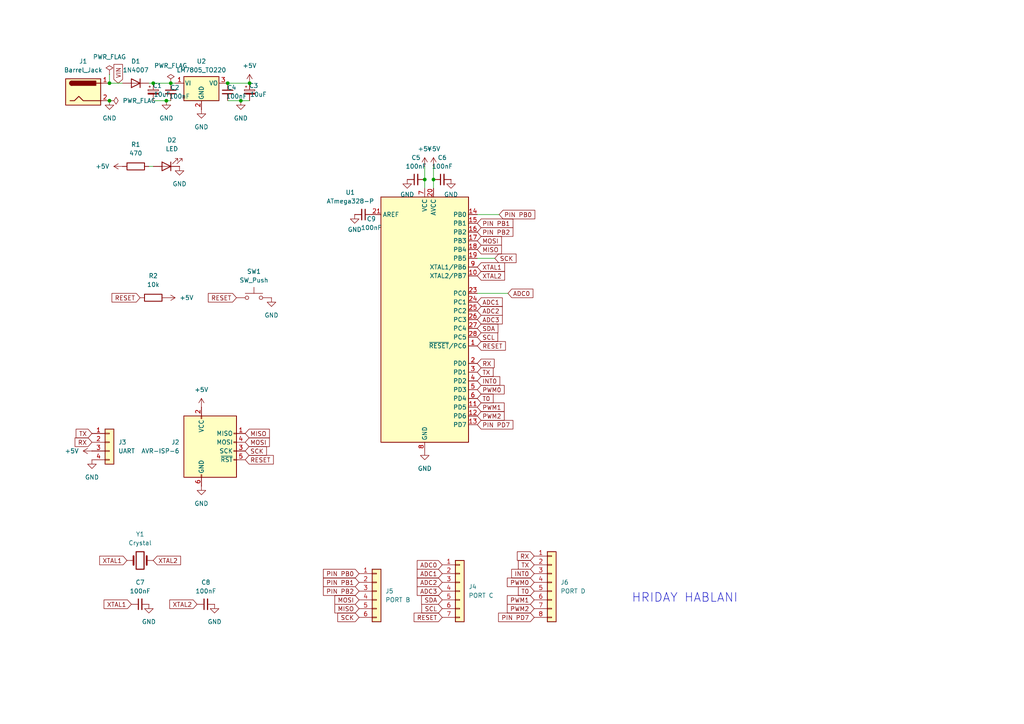
<source format=kicad_sch>
(kicad_sch
	(version 20250114)
	(generator "eeschema")
	(generator_version "9.0")
	(uuid "e8d0d844-160d-40fd-b134-e78559721b0b")
	(paper "A4")
	(lib_symbols
		(symbol "Connector:AVR-ISP-6"
			(pin_names
				(offset 1.016)
			)
			(exclude_from_sim no)
			(in_bom yes)
			(on_board yes)
			(property "Reference" "J"
				(at -6.35 11.43 0)
				(effects
					(font
						(size 1.27 1.27)
					)
					(justify left)
				)
			)
			(property "Value" "AVR-ISP-6"
				(at 0 11.43 0)
				(effects
					(font
						(size 1.27 1.27)
					)
					(justify left)
				)
			)
			(property "Footprint" ""
				(at -6.35 1.27 90)
				(effects
					(font
						(size 1.27 1.27)
					)
					(hide yes)
				)
			)
			(property "Datasheet" "~"
				(at -32.385 -13.97 0)
				(effects
					(font
						(size 1.27 1.27)
					)
					(hide yes)
				)
			)
			(property "Description" "Atmel 6-pin ISP connector"
				(at 0 0 0)
				(effects
					(font
						(size 1.27 1.27)
					)
					(hide yes)
				)
			)
			(property "ki_keywords" "AVR ISP Connector"
				(at 0 0 0)
				(effects
					(font
						(size 1.27 1.27)
					)
					(hide yes)
				)
			)
			(property "ki_fp_filters" "IDC?Header*2x03* Pin?Header*2x03*"
				(at 0 0 0)
				(effects
					(font
						(size 1.27 1.27)
					)
					(hide yes)
				)
			)
			(symbol "AVR-ISP-6_0_1"
				(rectangle
					(start -2.667 10.16)
					(end -2.413 9.398)
					(stroke
						(width 0)
						(type default)
					)
					(fill
						(type none)
					)
				)
				(rectangle
					(start -2.667 -6.858)
					(end -2.413 -7.62)
					(stroke
						(width 0)
						(type default)
					)
					(fill
						(type none)
					)
				)
				(rectangle
					(start 7.62 10.16)
					(end -7.62 -7.62)
					(stroke
						(width 0.254)
						(type default)
					)
					(fill
						(type background)
					)
				)
				(rectangle
					(start 7.62 5.207)
					(end 6.858 4.953)
					(stroke
						(width 0)
						(type default)
					)
					(fill
						(type none)
					)
				)
				(rectangle
					(start 7.62 2.667)
					(end 6.858 2.413)
					(stroke
						(width 0)
						(type default)
					)
					(fill
						(type none)
					)
				)
				(rectangle
					(start 7.62 0.127)
					(end 6.858 -0.127)
					(stroke
						(width 0)
						(type default)
					)
					(fill
						(type none)
					)
				)
				(rectangle
					(start 7.62 -2.413)
					(end 6.858 -2.667)
					(stroke
						(width 0)
						(type default)
					)
					(fill
						(type none)
					)
				)
			)
			(symbol "AVR-ISP-6_1_1"
				(pin passive line
					(at -2.54 12.7 270)
					(length 2.54)
					(name "VCC"
						(effects
							(font
								(size 1.27 1.27)
							)
						)
					)
					(number "2"
						(effects
							(font
								(size 1.27 1.27)
							)
						)
					)
				)
				(pin passive line
					(at -2.54 -10.16 90)
					(length 2.54)
					(name "GND"
						(effects
							(font
								(size 1.27 1.27)
							)
						)
					)
					(number "6"
						(effects
							(font
								(size 1.27 1.27)
							)
						)
					)
				)
				(pin passive line
					(at 10.16 5.08 180)
					(length 2.54)
					(name "MISO"
						(effects
							(font
								(size 1.27 1.27)
							)
						)
					)
					(number "1"
						(effects
							(font
								(size 1.27 1.27)
							)
						)
					)
				)
				(pin passive line
					(at 10.16 2.54 180)
					(length 2.54)
					(name "MOSI"
						(effects
							(font
								(size 1.27 1.27)
							)
						)
					)
					(number "4"
						(effects
							(font
								(size 1.27 1.27)
							)
						)
					)
				)
				(pin passive line
					(at 10.16 0 180)
					(length 2.54)
					(name "SCK"
						(effects
							(font
								(size 1.27 1.27)
							)
						)
					)
					(number "3"
						(effects
							(font
								(size 1.27 1.27)
							)
						)
					)
				)
				(pin passive line
					(at 10.16 -2.54 180)
					(length 2.54)
					(name "~{RST}"
						(effects
							(font
								(size 1.27 1.27)
							)
						)
					)
					(number "5"
						(effects
							(font
								(size 1.27 1.27)
							)
						)
					)
				)
			)
			(embedded_fonts no)
		)
		(symbol "Connector:Barrel_Jack"
			(pin_names
				(offset 1.016)
			)
			(exclude_from_sim no)
			(in_bom yes)
			(on_board yes)
			(property "Reference" "J"
				(at 0 5.334 0)
				(effects
					(font
						(size 1.27 1.27)
					)
				)
			)
			(property "Value" "Barrel_Jack"
				(at 0 -5.08 0)
				(effects
					(font
						(size 1.27 1.27)
					)
				)
			)
			(property "Footprint" ""
				(at 1.27 -1.016 0)
				(effects
					(font
						(size 1.27 1.27)
					)
					(hide yes)
				)
			)
			(property "Datasheet" "~"
				(at 1.27 -1.016 0)
				(effects
					(font
						(size 1.27 1.27)
					)
					(hide yes)
				)
			)
			(property "Description" "DC Barrel Jack"
				(at 0 0 0)
				(effects
					(font
						(size 1.27 1.27)
					)
					(hide yes)
				)
			)
			(property "ki_keywords" "DC power barrel jack connector"
				(at 0 0 0)
				(effects
					(font
						(size 1.27 1.27)
					)
					(hide yes)
				)
			)
			(property "ki_fp_filters" "BarrelJack*"
				(at 0 0 0)
				(effects
					(font
						(size 1.27 1.27)
					)
					(hide yes)
				)
			)
			(symbol "Barrel_Jack_0_1"
				(rectangle
					(start -5.08 3.81)
					(end 5.08 -3.81)
					(stroke
						(width 0.254)
						(type default)
					)
					(fill
						(type background)
					)
				)
				(polyline
					(pts
						(xy -3.81 -2.54) (xy -2.54 -2.54) (xy -1.27 -1.27) (xy 0 -2.54) (xy 2.54 -2.54) (xy 5.08 -2.54)
					)
					(stroke
						(width 0.254)
						(type default)
					)
					(fill
						(type none)
					)
				)
				(arc
					(start -3.302 1.905)
					(mid -3.9343 2.54)
					(end -3.302 3.175)
					(stroke
						(width 0.254)
						(type default)
					)
					(fill
						(type none)
					)
				)
				(arc
					(start -3.302 1.905)
					(mid -3.9343 2.54)
					(end -3.302 3.175)
					(stroke
						(width 0.254)
						(type default)
					)
					(fill
						(type outline)
					)
				)
				(rectangle
					(start 3.683 3.175)
					(end -3.302 1.905)
					(stroke
						(width 0.254)
						(type default)
					)
					(fill
						(type outline)
					)
				)
				(polyline
					(pts
						(xy 5.08 2.54) (xy 3.81 2.54)
					)
					(stroke
						(width 0.254)
						(type default)
					)
					(fill
						(type none)
					)
				)
			)
			(symbol "Barrel_Jack_1_1"
				(pin passive line
					(at 7.62 2.54 180)
					(length 2.54)
					(name "~"
						(effects
							(font
								(size 1.27 1.27)
							)
						)
					)
					(number "1"
						(effects
							(font
								(size 1.27 1.27)
							)
						)
					)
				)
				(pin passive line
					(at 7.62 -2.54 180)
					(length 2.54)
					(name "~"
						(effects
							(font
								(size 1.27 1.27)
							)
						)
					)
					(number "2"
						(effects
							(font
								(size 1.27 1.27)
							)
						)
					)
				)
			)
			(embedded_fonts no)
		)
		(symbol "Connector_Generic:Conn_01x04"
			(pin_names
				(offset 1.016)
				(hide yes)
			)
			(exclude_from_sim no)
			(in_bom yes)
			(on_board yes)
			(property "Reference" "J"
				(at 0 5.08 0)
				(effects
					(font
						(size 1.27 1.27)
					)
				)
			)
			(property "Value" "Conn_01x04"
				(at 0 -7.62 0)
				(effects
					(font
						(size 1.27 1.27)
					)
				)
			)
			(property "Footprint" ""
				(at 0 0 0)
				(effects
					(font
						(size 1.27 1.27)
					)
					(hide yes)
				)
			)
			(property "Datasheet" "~"
				(at 0 0 0)
				(effects
					(font
						(size 1.27 1.27)
					)
					(hide yes)
				)
			)
			(property "Description" "Generic connector, single row, 01x04, script generated (kicad-library-utils/schlib/autogen/connector/)"
				(at 0 0 0)
				(effects
					(font
						(size 1.27 1.27)
					)
					(hide yes)
				)
			)
			(property "ki_keywords" "connector"
				(at 0 0 0)
				(effects
					(font
						(size 1.27 1.27)
					)
					(hide yes)
				)
			)
			(property "ki_fp_filters" "Connector*:*_1x??_*"
				(at 0 0 0)
				(effects
					(font
						(size 1.27 1.27)
					)
					(hide yes)
				)
			)
			(symbol "Conn_01x04_1_1"
				(rectangle
					(start -1.27 3.81)
					(end 1.27 -6.35)
					(stroke
						(width 0.254)
						(type default)
					)
					(fill
						(type background)
					)
				)
				(rectangle
					(start -1.27 2.667)
					(end 0 2.413)
					(stroke
						(width 0.1524)
						(type default)
					)
					(fill
						(type none)
					)
				)
				(rectangle
					(start -1.27 0.127)
					(end 0 -0.127)
					(stroke
						(width 0.1524)
						(type default)
					)
					(fill
						(type none)
					)
				)
				(rectangle
					(start -1.27 -2.413)
					(end 0 -2.667)
					(stroke
						(width 0.1524)
						(type default)
					)
					(fill
						(type none)
					)
				)
				(rectangle
					(start -1.27 -4.953)
					(end 0 -5.207)
					(stroke
						(width 0.1524)
						(type default)
					)
					(fill
						(type none)
					)
				)
				(pin passive line
					(at -5.08 2.54 0)
					(length 3.81)
					(name "Pin_1"
						(effects
							(font
								(size 1.27 1.27)
							)
						)
					)
					(number "1"
						(effects
							(font
								(size 1.27 1.27)
							)
						)
					)
				)
				(pin passive line
					(at -5.08 0 0)
					(length 3.81)
					(name "Pin_2"
						(effects
							(font
								(size 1.27 1.27)
							)
						)
					)
					(number "2"
						(effects
							(font
								(size 1.27 1.27)
							)
						)
					)
				)
				(pin passive line
					(at -5.08 -2.54 0)
					(length 3.81)
					(name "Pin_3"
						(effects
							(font
								(size 1.27 1.27)
							)
						)
					)
					(number "3"
						(effects
							(font
								(size 1.27 1.27)
							)
						)
					)
				)
				(pin passive line
					(at -5.08 -5.08 0)
					(length 3.81)
					(name "Pin_4"
						(effects
							(font
								(size 1.27 1.27)
							)
						)
					)
					(number "4"
						(effects
							(font
								(size 1.27 1.27)
							)
						)
					)
				)
			)
			(embedded_fonts no)
		)
		(symbol "Connector_Generic:Conn_01x06"
			(pin_names
				(offset 1.016)
				(hide yes)
			)
			(exclude_from_sim no)
			(in_bom yes)
			(on_board yes)
			(property "Reference" "J"
				(at 0 7.62 0)
				(effects
					(font
						(size 1.27 1.27)
					)
				)
			)
			(property "Value" "Conn_01x06"
				(at 0 -10.16 0)
				(effects
					(font
						(size 1.27 1.27)
					)
				)
			)
			(property "Footprint" ""
				(at 0 0 0)
				(effects
					(font
						(size 1.27 1.27)
					)
					(hide yes)
				)
			)
			(property "Datasheet" "~"
				(at 0 0 0)
				(effects
					(font
						(size 1.27 1.27)
					)
					(hide yes)
				)
			)
			(property "Description" "Generic connector, single row, 01x06, script generated (kicad-library-utils/schlib/autogen/connector/)"
				(at 0 0 0)
				(effects
					(font
						(size 1.27 1.27)
					)
					(hide yes)
				)
			)
			(property "ki_keywords" "connector"
				(at 0 0 0)
				(effects
					(font
						(size 1.27 1.27)
					)
					(hide yes)
				)
			)
			(property "ki_fp_filters" "Connector*:*_1x??_*"
				(at 0 0 0)
				(effects
					(font
						(size 1.27 1.27)
					)
					(hide yes)
				)
			)
			(symbol "Conn_01x06_1_1"
				(rectangle
					(start -1.27 6.35)
					(end 1.27 -8.89)
					(stroke
						(width 0.254)
						(type default)
					)
					(fill
						(type background)
					)
				)
				(rectangle
					(start -1.27 5.207)
					(end 0 4.953)
					(stroke
						(width 0.1524)
						(type default)
					)
					(fill
						(type none)
					)
				)
				(rectangle
					(start -1.27 2.667)
					(end 0 2.413)
					(stroke
						(width 0.1524)
						(type default)
					)
					(fill
						(type none)
					)
				)
				(rectangle
					(start -1.27 0.127)
					(end 0 -0.127)
					(stroke
						(width 0.1524)
						(type default)
					)
					(fill
						(type none)
					)
				)
				(rectangle
					(start -1.27 -2.413)
					(end 0 -2.667)
					(stroke
						(width 0.1524)
						(type default)
					)
					(fill
						(type none)
					)
				)
				(rectangle
					(start -1.27 -4.953)
					(end 0 -5.207)
					(stroke
						(width 0.1524)
						(type default)
					)
					(fill
						(type none)
					)
				)
				(rectangle
					(start -1.27 -7.493)
					(end 0 -7.747)
					(stroke
						(width 0.1524)
						(type default)
					)
					(fill
						(type none)
					)
				)
				(pin passive line
					(at -5.08 5.08 0)
					(length 3.81)
					(name "Pin_1"
						(effects
							(font
								(size 1.27 1.27)
							)
						)
					)
					(number "1"
						(effects
							(font
								(size 1.27 1.27)
							)
						)
					)
				)
				(pin passive line
					(at -5.08 2.54 0)
					(length 3.81)
					(name "Pin_2"
						(effects
							(font
								(size 1.27 1.27)
							)
						)
					)
					(number "2"
						(effects
							(font
								(size 1.27 1.27)
							)
						)
					)
				)
				(pin passive line
					(at -5.08 0 0)
					(length 3.81)
					(name "Pin_3"
						(effects
							(font
								(size 1.27 1.27)
							)
						)
					)
					(number "3"
						(effects
							(font
								(size 1.27 1.27)
							)
						)
					)
				)
				(pin passive line
					(at -5.08 -2.54 0)
					(length 3.81)
					(name "Pin_4"
						(effects
							(font
								(size 1.27 1.27)
							)
						)
					)
					(number "4"
						(effects
							(font
								(size 1.27 1.27)
							)
						)
					)
				)
				(pin passive line
					(at -5.08 -5.08 0)
					(length 3.81)
					(name "Pin_5"
						(effects
							(font
								(size 1.27 1.27)
							)
						)
					)
					(number "5"
						(effects
							(font
								(size 1.27 1.27)
							)
						)
					)
				)
				(pin passive line
					(at -5.08 -7.62 0)
					(length 3.81)
					(name "Pin_6"
						(effects
							(font
								(size 1.27 1.27)
							)
						)
					)
					(number "6"
						(effects
							(font
								(size 1.27 1.27)
							)
						)
					)
				)
			)
			(embedded_fonts no)
		)
		(symbol "Connector_Generic:Conn_01x07"
			(pin_names
				(offset 1.016)
				(hide yes)
			)
			(exclude_from_sim no)
			(in_bom yes)
			(on_board yes)
			(property "Reference" "J"
				(at 0 10.16 0)
				(effects
					(font
						(size 1.27 1.27)
					)
				)
			)
			(property "Value" "Conn_01x07"
				(at 0 -10.16 0)
				(effects
					(font
						(size 1.27 1.27)
					)
				)
			)
			(property "Footprint" ""
				(at 0 0 0)
				(effects
					(font
						(size 1.27 1.27)
					)
					(hide yes)
				)
			)
			(property "Datasheet" "~"
				(at 0 0 0)
				(effects
					(font
						(size 1.27 1.27)
					)
					(hide yes)
				)
			)
			(property "Description" "Generic connector, single row, 01x07, script generated (kicad-library-utils/schlib/autogen/connector/)"
				(at 0 0 0)
				(effects
					(font
						(size 1.27 1.27)
					)
					(hide yes)
				)
			)
			(property "ki_keywords" "connector"
				(at 0 0 0)
				(effects
					(font
						(size 1.27 1.27)
					)
					(hide yes)
				)
			)
			(property "ki_fp_filters" "Connector*:*_1x??_*"
				(at 0 0 0)
				(effects
					(font
						(size 1.27 1.27)
					)
					(hide yes)
				)
			)
			(symbol "Conn_01x07_1_1"
				(rectangle
					(start -1.27 8.89)
					(end 1.27 -8.89)
					(stroke
						(width 0.254)
						(type default)
					)
					(fill
						(type background)
					)
				)
				(rectangle
					(start -1.27 7.747)
					(end 0 7.493)
					(stroke
						(width 0.1524)
						(type default)
					)
					(fill
						(type none)
					)
				)
				(rectangle
					(start -1.27 5.207)
					(end 0 4.953)
					(stroke
						(width 0.1524)
						(type default)
					)
					(fill
						(type none)
					)
				)
				(rectangle
					(start -1.27 2.667)
					(end 0 2.413)
					(stroke
						(width 0.1524)
						(type default)
					)
					(fill
						(type none)
					)
				)
				(rectangle
					(start -1.27 0.127)
					(end 0 -0.127)
					(stroke
						(width 0.1524)
						(type default)
					)
					(fill
						(type none)
					)
				)
				(rectangle
					(start -1.27 -2.413)
					(end 0 -2.667)
					(stroke
						(width 0.1524)
						(type default)
					)
					(fill
						(type none)
					)
				)
				(rectangle
					(start -1.27 -4.953)
					(end 0 -5.207)
					(stroke
						(width 0.1524)
						(type default)
					)
					(fill
						(type none)
					)
				)
				(rectangle
					(start -1.27 -7.493)
					(end 0 -7.747)
					(stroke
						(width 0.1524)
						(type default)
					)
					(fill
						(type none)
					)
				)
				(pin passive line
					(at -5.08 7.62 0)
					(length 3.81)
					(name "Pin_1"
						(effects
							(font
								(size 1.27 1.27)
							)
						)
					)
					(number "1"
						(effects
							(font
								(size 1.27 1.27)
							)
						)
					)
				)
				(pin passive line
					(at -5.08 5.08 0)
					(length 3.81)
					(name "Pin_2"
						(effects
							(font
								(size 1.27 1.27)
							)
						)
					)
					(number "2"
						(effects
							(font
								(size 1.27 1.27)
							)
						)
					)
				)
				(pin passive line
					(at -5.08 2.54 0)
					(length 3.81)
					(name "Pin_3"
						(effects
							(font
								(size 1.27 1.27)
							)
						)
					)
					(number "3"
						(effects
							(font
								(size 1.27 1.27)
							)
						)
					)
				)
				(pin passive line
					(at -5.08 0 0)
					(length 3.81)
					(name "Pin_4"
						(effects
							(font
								(size 1.27 1.27)
							)
						)
					)
					(number "4"
						(effects
							(font
								(size 1.27 1.27)
							)
						)
					)
				)
				(pin passive line
					(at -5.08 -2.54 0)
					(length 3.81)
					(name "Pin_5"
						(effects
							(font
								(size 1.27 1.27)
							)
						)
					)
					(number "5"
						(effects
							(font
								(size 1.27 1.27)
							)
						)
					)
				)
				(pin passive line
					(at -5.08 -5.08 0)
					(length 3.81)
					(name "Pin_6"
						(effects
							(font
								(size 1.27 1.27)
							)
						)
					)
					(number "6"
						(effects
							(font
								(size 1.27 1.27)
							)
						)
					)
				)
				(pin passive line
					(at -5.08 -7.62 0)
					(length 3.81)
					(name "Pin_7"
						(effects
							(font
								(size 1.27 1.27)
							)
						)
					)
					(number "7"
						(effects
							(font
								(size 1.27 1.27)
							)
						)
					)
				)
			)
			(embedded_fonts no)
		)
		(symbol "Connector_Generic:Conn_01x08"
			(pin_names
				(offset 1.016)
				(hide yes)
			)
			(exclude_from_sim no)
			(in_bom yes)
			(on_board yes)
			(property "Reference" "J"
				(at 0 10.16 0)
				(effects
					(font
						(size 1.27 1.27)
					)
				)
			)
			(property "Value" "Conn_01x08"
				(at 0 -12.7 0)
				(effects
					(font
						(size 1.27 1.27)
					)
				)
			)
			(property "Footprint" ""
				(at 0 0 0)
				(effects
					(font
						(size 1.27 1.27)
					)
					(hide yes)
				)
			)
			(property "Datasheet" "~"
				(at 0 0 0)
				(effects
					(font
						(size 1.27 1.27)
					)
					(hide yes)
				)
			)
			(property "Description" "Generic connector, single row, 01x08, script generated (kicad-library-utils/schlib/autogen/connector/)"
				(at 0 0 0)
				(effects
					(font
						(size 1.27 1.27)
					)
					(hide yes)
				)
			)
			(property "ki_keywords" "connector"
				(at 0 0 0)
				(effects
					(font
						(size 1.27 1.27)
					)
					(hide yes)
				)
			)
			(property "ki_fp_filters" "Connector*:*_1x??_*"
				(at 0 0 0)
				(effects
					(font
						(size 1.27 1.27)
					)
					(hide yes)
				)
			)
			(symbol "Conn_01x08_1_1"
				(rectangle
					(start -1.27 8.89)
					(end 1.27 -11.43)
					(stroke
						(width 0.254)
						(type default)
					)
					(fill
						(type background)
					)
				)
				(rectangle
					(start -1.27 7.747)
					(end 0 7.493)
					(stroke
						(width 0.1524)
						(type default)
					)
					(fill
						(type none)
					)
				)
				(rectangle
					(start -1.27 5.207)
					(end 0 4.953)
					(stroke
						(width 0.1524)
						(type default)
					)
					(fill
						(type none)
					)
				)
				(rectangle
					(start -1.27 2.667)
					(end 0 2.413)
					(stroke
						(width 0.1524)
						(type default)
					)
					(fill
						(type none)
					)
				)
				(rectangle
					(start -1.27 0.127)
					(end 0 -0.127)
					(stroke
						(width 0.1524)
						(type default)
					)
					(fill
						(type none)
					)
				)
				(rectangle
					(start -1.27 -2.413)
					(end 0 -2.667)
					(stroke
						(width 0.1524)
						(type default)
					)
					(fill
						(type none)
					)
				)
				(rectangle
					(start -1.27 -4.953)
					(end 0 -5.207)
					(stroke
						(width 0.1524)
						(type default)
					)
					(fill
						(type none)
					)
				)
				(rectangle
					(start -1.27 -7.493)
					(end 0 -7.747)
					(stroke
						(width 0.1524)
						(type default)
					)
					(fill
						(type none)
					)
				)
				(rectangle
					(start -1.27 -10.033)
					(end 0 -10.287)
					(stroke
						(width 0.1524)
						(type default)
					)
					(fill
						(type none)
					)
				)
				(pin passive line
					(at -5.08 7.62 0)
					(length 3.81)
					(name "Pin_1"
						(effects
							(font
								(size 1.27 1.27)
							)
						)
					)
					(number "1"
						(effects
							(font
								(size 1.27 1.27)
							)
						)
					)
				)
				(pin passive line
					(at -5.08 5.08 0)
					(length 3.81)
					(name "Pin_2"
						(effects
							(font
								(size 1.27 1.27)
							)
						)
					)
					(number "2"
						(effects
							(font
								(size 1.27 1.27)
							)
						)
					)
				)
				(pin passive line
					(at -5.08 2.54 0)
					(length 3.81)
					(name "Pin_3"
						(effects
							(font
								(size 1.27 1.27)
							)
						)
					)
					(number "3"
						(effects
							(font
								(size 1.27 1.27)
							)
						)
					)
				)
				(pin passive line
					(at -5.08 0 0)
					(length 3.81)
					(name "Pin_4"
						(effects
							(font
								(size 1.27 1.27)
							)
						)
					)
					(number "4"
						(effects
							(font
								(size 1.27 1.27)
							)
						)
					)
				)
				(pin passive line
					(at -5.08 -2.54 0)
					(length 3.81)
					(name "Pin_5"
						(effects
							(font
								(size 1.27 1.27)
							)
						)
					)
					(number "5"
						(effects
							(font
								(size 1.27 1.27)
							)
						)
					)
				)
				(pin passive line
					(at -5.08 -5.08 0)
					(length 3.81)
					(name "Pin_6"
						(effects
							(font
								(size 1.27 1.27)
							)
						)
					)
					(number "6"
						(effects
							(font
								(size 1.27 1.27)
							)
						)
					)
				)
				(pin passive line
					(at -5.08 -7.62 0)
					(length 3.81)
					(name "Pin_7"
						(effects
							(font
								(size 1.27 1.27)
							)
						)
					)
					(number "7"
						(effects
							(font
								(size 1.27 1.27)
							)
						)
					)
				)
				(pin passive line
					(at -5.08 -10.16 0)
					(length 3.81)
					(name "Pin_8"
						(effects
							(font
								(size 1.27 1.27)
							)
						)
					)
					(number "8"
						(effects
							(font
								(size 1.27 1.27)
							)
						)
					)
				)
			)
			(embedded_fonts no)
		)
		(symbol "Device:C_Polarized_Small"
			(pin_numbers
				(hide yes)
			)
			(pin_names
				(offset 0.254)
				(hide yes)
			)
			(exclude_from_sim no)
			(in_bom yes)
			(on_board yes)
			(property "Reference" "C"
				(at 0.254 1.778 0)
				(effects
					(font
						(size 1.27 1.27)
					)
					(justify left)
				)
			)
			(property "Value" "C_Polarized_Small"
				(at 0.254 -2.032 0)
				(effects
					(font
						(size 1.27 1.27)
					)
					(justify left)
				)
			)
			(property "Footprint" ""
				(at 0 0 0)
				(effects
					(font
						(size 1.27 1.27)
					)
					(hide yes)
				)
			)
			(property "Datasheet" "~"
				(at 0 0 0)
				(effects
					(font
						(size 1.27 1.27)
					)
					(hide yes)
				)
			)
			(property "Description" "Polarized capacitor, small symbol"
				(at 0 0 0)
				(effects
					(font
						(size 1.27 1.27)
					)
					(hide yes)
				)
			)
			(property "ki_keywords" "cap capacitor"
				(at 0 0 0)
				(effects
					(font
						(size 1.27 1.27)
					)
					(hide yes)
				)
			)
			(property "ki_fp_filters" "CP_*"
				(at 0 0 0)
				(effects
					(font
						(size 1.27 1.27)
					)
					(hide yes)
				)
			)
			(symbol "C_Polarized_Small_0_1"
				(rectangle
					(start -1.524 0.6858)
					(end 1.524 0.3048)
					(stroke
						(width 0)
						(type default)
					)
					(fill
						(type none)
					)
				)
				(rectangle
					(start -1.524 -0.3048)
					(end 1.524 -0.6858)
					(stroke
						(width 0)
						(type default)
					)
					(fill
						(type outline)
					)
				)
				(polyline
					(pts
						(xy -1.27 1.524) (xy -0.762 1.524)
					)
					(stroke
						(width 0)
						(type default)
					)
					(fill
						(type none)
					)
				)
				(polyline
					(pts
						(xy -1.016 1.27) (xy -1.016 1.778)
					)
					(stroke
						(width 0)
						(type default)
					)
					(fill
						(type none)
					)
				)
			)
			(symbol "C_Polarized_Small_1_1"
				(pin passive line
					(at 0 2.54 270)
					(length 1.8542)
					(name "~"
						(effects
							(font
								(size 1.27 1.27)
							)
						)
					)
					(number "1"
						(effects
							(font
								(size 1.27 1.27)
							)
						)
					)
				)
				(pin passive line
					(at 0 -2.54 90)
					(length 1.8542)
					(name "~"
						(effects
							(font
								(size 1.27 1.27)
							)
						)
					)
					(number "2"
						(effects
							(font
								(size 1.27 1.27)
							)
						)
					)
				)
			)
			(embedded_fonts no)
		)
		(symbol "Device:C_Small"
			(pin_numbers
				(hide yes)
			)
			(pin_names
				(offset 0.254)
				(hide yes)
			)
			(exclude_from_sim no)
			(in_bom yes)
			(on_board yes)
			(property "Reference" "C"
				(at 0.254 1.778 0)
				(effects
					(font
						(size 1.27 1.27)
					)
					(justify left)
				)
			)
			(property "Value" "C_Small"
				(at 0.254 -2.032 0)
				(effects
					(font
						(size 1.27 1.27)
					)
					(justify left)
				)
			)
			(property "Footprint" ""
				(at 0 0 0)
				(effects
					(font
						(size 1.27 1.27)
					)
					(hide yes)
				)
			)
			(property "Datasheet" "~"
				(at 0 0 0)
				(effects
					(font
						(size 1.27 1.27)
					)
					(hide yes)
				)
			)
			(property "Description" "Unpolarized capacitor, small symbol"
				(at 0 0 0)
				(effects
					(font
						(size 1.27 1.27)
					)
					(hide yes)
				)
			)
			(property "ki_keywords" "capacitor cap"
				(at 0 0 0)
				(effects
					(font
						(size 1.27 1.27)
					)
					(hide yes)
				)
			)
			(property "ki_fp_filters" "C_*"
				(at 0 0 0)
				(effects
					(font
						(size 1.27 1.27)
					)
					(hide yes)
				)
			)
			(symbol "C_Small_0_1"
				(polyline
					(pts
						(xy -1.524 0.508) (xy 1.524 0.508)
					)
					(stroke
						(width 0.3048)
						(type default)
					)
					(fill
						(type none)
					)
				)
				(polyline
					(pts
						(xy -1.524 -0.508) (xy 1.524 -0.508)
					)
					(stroke
						(width 0.3302)
						(type default)
					)
					(fill
						(type none)
					)
				)
			)
			(symbol "C_Small_1_1"
				(pin passive line
					(at 0 2.54 270)
					(length 2.032)
					(name "~"
						(effects
							(font
								(size 1.27 1.27)
							)
						)
					)
					(number "1"
						(effects
							(font
								(size 1.27 1.27)
							)
						)
					)
				)
				(pin passive line
					(at 0 -2.54 90)
					(length 2.032)
					(name "~"
						(effects
							(font
								(size 1.27 1.27)
							)
						)
					)
					(number "2"
						(effects
							(font
								(size 1.27 1.27)
							)
						)
					)
				)
			)
			(embedded_fonts no)
		)
		(symbol "Device:Crystal"
			(pin_numbers
				(hide yes)
			)
			(pin_names
				(offset 1.016)
				(hide yes)
			)
			(exclude_from_sim no)
			(in_bom yes)
			(on_board yes)
			(property "Reference" "Y"
				(at 0 3.81 0)
				(effects
					(font
						(size 1.27 1.27)
					)
				)
			)
			(property "Value" "Crystal"
				(at 0 -3.81 0)
				(effects
					(font
						(size 1.27 1.27)
					)
				)
			)
			(property "Footprint" ""
				(at 0 0 0)
				(effects
					(font
						(size 1.27 1.27)
					)
					(hide yes)
				)
			)
			(property "Datasheet" "~"
				(at 0 0 0)
				(effects
					(font
						(size 1.27 1.27)
					)
					(hide yes)
				)
			)
			(property "Description" "Two pin crystal"
				(at 0 0 0)
				(effects
					(font
						(size 1.27 1.27)
					)
					(hide yes)
				)
			)
			(property "ki_keywords" "quartz ceramic resonator oscillator"
				(at 0 0 0)
				(effects
					(font
						(size 1.27 1.27)
					)
					(hide yes)
				)
			)
			(property "ki_fp_filters" "Crystal*"
				(at 0 0 0)
				(effects
					(font
						(size 1.27 1.27)
					)
					(hide yes)
				)
			)
			(symbol "Crystal_0_1"
				(polyline
					(pts
						(xy -2.54 0) (xy -1.905 0)
					)
					(stroke
						(width 0)
						(type default)
					)
					(fill
						(type none)
					)
				)
				(polyline
					(pts
						(xy -1.905 -1.27) (xy -1.905 1.27)
					)
					(stroke
						(width 0.508)
						(type default)
					)
					(fill
						(type none)
					)
				)
				(rectangle
					(start -1.143 2.54)
					(end 1.143 -2.54)
					(stroke
						(width 0.3048)
						(type default)
					)
					(fill
						(type none)
					)
				)
				(polyline
					(pts
						(xy 1.905 -1.27) (xy 1.905 1.27)
					)
					(stroke
						(width 0.508)
						(type default)
					)
					(fill
						(type none)
					)
				)
				(polyline
					(pts
						(xy 2.54 0) (xy 1.905 0)
					)
					(stroke
						(width 0)
						(type default)
					)
					(fill
						(type none)
					)
				)
			)
			(symbol "Crystal_1_1"
				(pin passive line
					(at -3.81 0 0)
					(length 1.27)
					(name "1"
						(effects
							(font
								(size 1.27 1.27)
							)
						)
					)
					(number "1"
						(effects
							(font
								(size 1.27 1.27)
							)
						)
					)
				)
				(pin passive line
					(at 3.81 0 180)
					(length 1.27)
					(name "2"
						(effects
							(font
								(size 1.27 1.27)
							)
						)
					)
					(number "2"
						(effects
							(font
								(size 1.27 1.27)
							)
						)
					)
				)
			)
			(embedded_fonts no)
		)
		(symbol "Device:LED"
			(pin_numbers
				(hide yes)
			)
			(pin_names
				(offset 1.016)
				(hide yes)
			)
			(exclude_from_sim no)
			(in_bom yes)
			(on_board yes)
			(property "Reference" "D"
				(at 0 2.54 0)
				(effects
					(font
						(size 1.27 1.27)
					)
				)
			)
			(property "Value" "LED"
				(at 0 -2.54 0)
				(effects
					(font
						(size 1.27 1.27)
					)
				)
			)
			(property "Footprint" ""
				(at 0 0 0)
				(effects
					(font
						(size 1.27 1.27)
					)
					(hide yes)
				)
			)
			(property "Datasheet" "~"
				(at 0 0 0)
				(effects
					(font
						(size 1.27 1.27)
					)
					(hide yes)
				)
			)
			(property "Description" "Light emitting diode"
				(at 0 0 0)
				(effects
					(font
						(size 1.27 1.27)
					)
					(hide yes)
				)
			)
			(property "Sim.Pins" "1=K 2=A"
				(at 0 0 0)
				(effects
					(font
						(size 1.27 1.27)
					)
					(hide yes)
				)
			)
			(property "ki_keywords" "LED diode"
				(at 0 0 0)
				(effects
					(font
						(size 1.27 1.27)
					)
					(hide yes)
				)
			)
			(property "ki_fp_filters" "LED* LED_SMD:* LED_THT:*"
				(at 0 0 0)
				(effects
					(font
						(size 1.27 1.27)
					)
					(hide yes)
				)
			)
			(symbol "LED_0_1"
				(polyline
					(pts
						(xy -3.048 -0.762) (xy -4.572 -2.286) (xy -3.81 -2.286) (xy -4.572 -2.286) (xy -4.572 -1.524)
					)
					(stroke
						(width 0)
						(type default)
					)
					(fill
						(type none)
					)
				)
				(polyline
					(pts
						(xy -1.778 -0.762) (xy -3.302 -2.286) (xy -2.54 -2.286) (xy -3.302 -2.286) (xy -3.302 -1.524)
					)
					(stroke
						(width 0)
						(type default)
					)
					(fill
						(type none)
					)
				)
				(polyline
					(pts
						(xy -1.27 0) (xy 1.27 0)
					)
					(stroke
						(width 0)
						(type default)
					)
					(fill
						(type none)
					)
				)
				(polyline
					(pts
						(xy -1.27 -1.27) (xy -1.27 1.27)
					)
					(stroke
						(width 0.254)
						(type default)
					)
					(fill
						(type none)
					)
				)
				(polyline
					(pts
						(xy 1.27 -1.27) (xy 1.27 1.27) (xy -1.27 0) (xy 1.27 -1.27)
					)
					(stroke
						(width 0.254)
						(type default)
					)
					(fill
						(type none)
					)
				)
			)
			(symbol "LED_1_1"
				(pin passive line
					(at -3.81 0 0)
					(length 2.54)
					(name "K"
						(effects
							(font
								(size 1.27 1.27)
							)
						)
					)
					(number "1"
						(effects
							(font
								(size 1.27 1.27)
							)
						)
					)
				)
				(pin passive line
					(at 3.81 0 180)
					(length 2.54)
					(name "A"
						(effects
							(font
								(size 1.27 1.27)
							)
						)
					)
					(number "2"
						(effects
							(font
								(size 1.27 1.27)
							)
						)
					)
				)
			)
			(embedded_fonts no)
		)
		(symbol "Device:R"
			(pin_numbers
				(hide yes)
			)
			(pin_names
				(offset 0)
			)
			(exclude_from_sim no)
			(in_bom yes)
			(on_board yes)
			(property "Reference" "R"
				(at 2.032 0 90)
				(effects
					(font
						(size 1.27 1.27)
					)
				)
			)
			(property "Value" "R"
				(at 0 0 90)
				(effects
					(font
						(size 1.27 1.27)
					)
				)
			)
			(property "Footprint" ""
				(at -1.778 0 90)
				(effects
					(font
						(size 1.27 1.27)
					)
					(hide yes)
				)
			)
			(property "Datasheet" "~"
				(at 0 0 0)
				(effects
					(font
						(size 1.27 1.27)
					)
					(hide yes)
				)
			)
			(property "Description" "Resistor"
				(at 0 0 0)
				(effects
					(font
						(size 1.27 1.27)
					)
					(hide yes)
				)
			)
			(property "ki_keywords" "R res resistor"
				(at 0 0 0)
				(effects
					(font
						(size 1.27 1.27)
					)
					(hide yes)
				)
			)
			(property "ki_fp_filters" "R_*"
				(at 0 0 0)
				(effects
					(font
						(size 1.27 1.27)
					)
					(hide yes)
				)
			)
			(symbol "R_0_1"
				(rectangle
					(start -1.016 -2.54)
					(end 1.016 2.54)
					(stroke
						(width 0.254)
						(type default)
					)
					(fill
						(type none)
					)
				)
			)
			(symbol "R_1_1"
				(pin passive line
					(at 0 3.81 270)
					(length 1.27)
					(name "~"
						(effects
							(font
								(size 1.27 1.27)
							)
						)
					)
					(number "1"
						(effects
							(font
								(size 1.27 1.27)
							)
						)
					)
				)
				(pin passive line
					(at 0 -3.81 90)
					(length 1.27)
					(name "~"
						(effects
							(font
								(size 1.27 1.27)
							)
						)
					)
					(number "2"
						(effects
							(font
								(size 1.27 1.27)
							)
						)
					)
				)
			)
			(embedded_fonts no)
		)
		(symbol "Diode:1N4007"
			(pin_numbers
				(hide yes)
			)
			(pin_names
				(hide yes)
			)
			(exclude_from_sim no)
			(in_bom yes)
			(on_board yes)
			(property "Reference" "D"
				(at 0 2.54 0)
				(effects
					(font
						(size 1.27 1.27)
					)
				)
			)
			(property "Value" "1N4007"
				(at 0 -2.54 0)
				(effects
					(font
						(size 1.27 1.27)
					)
				)
			)
			(property "Footprint" "Diode_THT:D_DO-41_SOD81_P10.16mm_Horizontal"
				(at 0 -4.445 0)
				(effects
					(font
						(size 1.27 1.27)
					)
					(hide yes)
				)
			)
			(property "Datasheet" "http://www.vishay.com/docs/88503/1n4001.pdf"
				(at 0 0 0)
				(effects
					(font
						(size 1.27 1.27)
					)
					(hide yes)
				)
			)
			(property "Description" "1000V 1A General Purpose Rectifier Diode, DO-41"
				(at 0 0 0)
				(effects
					(font
						(size 1.27 1.27)
					)
					(hide yes)
				)
			)
			(property "Sim.Device" "D"
				(at 0 0 0)
				(effects
					(font
						(size 1.27 1.27)
					)
					(hide yes)
				)
			)
			(property "Sim.Pins" "1=K 2=A"
				(at 0 0 0)
				(effects
					(font
						(size 1.27 1.27)
					)
					(hide yes)
				)
			)
			(property "ki_keywords" "diode"
				(at 0 0 0)
				(effects
					(font
						(size 1.27 1.27)
					)
					(hide yes)
				)
			)
			(property "ki_fp_filters" "D*DO?41*"
				(at 0 0 0)
				(effects
					(font
						(size 1.27 1.27)
					)
					(hide yes)
				)
			)
			(symbol "1N4007_0_1"
				(polyline
					(pts
						(xy -1.27 1.27) (xy -1.27 -1.27)
					)
					(stroke
						(width 0.254)
						(type default)
					)
					(fill
						(type none)
					)
				)
				(polyline
					(pts
						(xy 1.27 1.27) (xy 1.27 -1.27) (xy -1.27 0) (xy 1.27 1.27)
					)
					(stroke
						(width 0.254)
						(type default)
					)
					(fill
						(type none)
					)
				)
				(polyline
					(pts
						(xy 1.27 0) (xy -1.27 0)
					)
					(stroke
						(width 0)
						(type default)
					)
					(fill
						(type none)
					)
				)
			)
			(symbol "1N4007_1_1"
				(pin passive line
					(at -3.81 0 0)
					(length 2.54)
					(name "K"
						(effects
							(font
								(size 1.27 1.27)
							)
						)
					)
					(number "1"
						(effects
							(font
								(size 1.27 1.27)
							)
						)
					)
				)
				(pin passive line
					(at 3.81 0 180)
					(length 2.54)
					(name "A"
						(effects
							(font
								(size 1.27 1.27)
							)
						)
					)
					(number "2"
						(effects
							(font
								(size 1.27 1.27)
							)
						)
					)
				)
			)
			(embedded_fonts no)
		)
		(symbol "MCU_Microchip_ATmega:ATmega328-P"
			(exclude_from_sim no)
			(in_bom yes)
			(on_board yes)
			(property "Reference" "U"
				(at -12.7 36.83 0)
				(effects
					(font
						(size 1.27 1.27)
					)
					(justify left bottom)
				)
			)
			(property "Value" "ATmega328-P"
				(at 2.54 -36.83 0)
				(effects
					(font
						(size 1.27 1.27)
					)
					(justify left top)
				)
			)
			(property "Footprint" "Package_DIP:DIP-28_W7.62mm"
				(at 0 0 0)
				(effects
					(font
						(size 1.27 1.27)
						(italic yes)
					)
					(hide yes)
				)
			)
			(property "Datasheet" "http://ww1.microchip.com/downloads/en/DeviceDoc/ATmega328_P%20AVR%20MCU%20with%20picoPower%20Technology%20Data%20Sheet%2040001984A.pdf"
				(at 0 0 0)
				(effects
					(font
						(size 1.27 1.27)
					)
					(hide yes)
				)
			)
			(property "Description" "20MHz, 32kB Flash, 2kB SRAM, 1kB EEPROM, DIP-28"
				(at 0 0 0)
				(effects
					(font
						(size 1.27 1.27)
					)
					(hide yes)
				)
			)
			(property "ki_keywords" "AVR 8bit Microcontroller MegaAVR"
				(at 0 0 0)
				(effects
					(font
						(size 1.27 1.27)
					)
					(hide yes)
				)
			)
			(property "ki_fp_filters" "DIP*W7.62mm*"
				(at 0 0 0)
				(effects
					(font
						(size 1.27 1.27)
					)
					(hide yes)
				)
			)
			(symbol "ATmega328-P_0_1"
				(rectangle
					(start -12.7 -35.56)
					(end 12.7 35.56)
					(stroke
						(width 0.254)
						(type default)
					)
					(fill
						(type background)
					)
				)
			)
			(symbol "ATmega328-P_1_1"
				(pin passive line
					(at -15.24 30.48 0)
					(length 2.54)
					(name "AREF"
						(effects
							(font
								(size 1.27 1.27)
							)
						)
					)
					(number "21"
						(effects
							(font
								(size 1.27 1.27)
							)
						)
					)
				)
				(pin power_in line
					(at 0 38.1 270)
					(length 2.54)
					(name "VCC"
						(effects
							(font
								(size 1.27 1.27)
							)
						)
					)
					(number "7"
						(effects
							(font
								(size 1.27 1.27)
							)
						)
					)
				)
				(pin passive line
					(at 0 -38.1 90)
					(length 2.54)
					(hide yes)
					(name "GND"
						(effects
							(font
								(size 1.27 1.27)
							)
						)
					)
					(number "22"
						(effects
							(font
								(size 1.27 1.27)
							)
						)
					)
				)
				(pin power_in line
					(at 0 -38.1 90)
					(length 2.54)
					(name "GND"
						(effects
							(font
								(size 1.27 1.27)
							)
						)
					)
					(number "8"
						(effects
							(font
								(size 1.27 1.27)
							)
						)
					)
				)
				(pin power_in line
					(at 2.54 38.1 270)
					(length 2.54)
					(name "AVCC"
						(effects
							(font
								(size 1.27 1.27)
							)
						)
					)
					(number "20"
						(effects
							(font
								(size 1.27 1.27)
							)
						)
					)
				)
				(pin bidirectional line
					(at 15.24 30.48 180)
					(length 2.54)
					(name "PB0"
						(effects
							(font
								(size 1.27 1.27)
							)
						)
					)
					(number "14"
						(effects
							(font
								(size 1.27 1.27)
							)
						)
					)
				)
				(pin bidirectional line
					(at 15.24 27.94 180)
					(length 2.54)
					(name "PB1"
						(effects
							(font
								(size 1.27 1.27)
							)
						)
					)
					(number "15"
						(effects
							(font
								(size 1.27 1.27)
							)
						)
					)
				)
				(pin bidirectional line
					(at 15.24 25.4 180)
					(length 2.54)
					(name "PB2"
						(effects
							(font
								(size 1.27 1.27)
							)
						)
					)
					(number "16"
						(effects
							(font
								(size 1.27 1.27)
							)
						)
					)
				)
				(pin bidirectional line
					(at 15.24 22.86 180)
					(length 2.54)
					(name "PB3"
						(effects
							(font
								(size 1.27 1.27)
							)
						)
					)
					(number "17"
						(effects
							(font
								(size 1.27 1.27)
							)
						)
					)
				)
				(pin bidirectional line
					(at 15.24 20.32 180)
					(length 2.54)
					(name "PB4"
						(effects
							(font
								(size 1.27 1.27)
							)
						)
					)
					(number "18"
						(effects
							(font
								(size 1.27 1.27)
							)
						)
					)
				)
				(pin bidirectional line
					(at 15.24 17.78 180)
					(length 2.54)
					(name "PB5"
						(effects
							(font
								(size 1.27 1.27)
							)
						)
					)
					(number "19"
						(effects
							(font
								(size 1.27 1.27)
							)
						)
					)
				)
				(pin bidirectional line
					(at 15.24 15.24 180)
					(length 2.54)
					(name "XTAL1/PB6"
						(effects
							(font
								(size 1.27 1.27)
							)
						)
					)
					(number "9"
						(effects
							(font
								(size 1.27 1.27)
							)
						)
					)
				)
				(pin bidirectional line
					(at 15.24 12.7 180)
					(length 2.54)
					(name "XTAL2/PB7"
						(effects
							(font
								(size 1.27 1.27)
							)
						)
					)
					(number "10"
						(effects
							(font
								(size 1.27 1.27)
							)
						)
					)
				)
				(pin bidirectional line
					(at 15.24 7.62 180)
					(length 2.54)
					(name "PC0"
						(effects
							(font
								(size 1.27 1.27)
							)
						)
					)
					(number "23"
						(effects
							(font
								(size 1.27 1.27)
							)
						)
					)
				)
				(pin bidirectional line
					(at 15.24 5.08 180)
					(length 2.54)
					(name "PC1"
						(effects
							(font
								(size 1.27 1.27)
							)
						)
					)
					(number "24"
						(effects
							(font
								(size 1.27 1.27)
							)
						)
					)
				)
				(pin bidirectional line
					(at 15.24 2.54 180)
					(length 2.54)
					(name "PC2"
						(effects
							(font
								(size 1.27 1.27)
							)
						)
					)
					(number "25"
						(effects
							(font
								(size 1.27 1.27)
							)
						)
					)
				)
				(pin bidirectional line
					(at 15.24 0 180)
					(length 2.54)
					(name "PC3"
						(effects
							(font
								(size 1.27 1.27)
							)
						)
					)
					(number "26"
						(effects
							(font
								(size 1.27 1.27)
							)
						)
					)
				)
				(pin bidirectional line
					(at 15.24 -2.54 180)
					(length 2.54)
					(name "PC4"
						(effects
							(font
								(size 1.27 1.27)
							)
						)
					)
					(number "27"
						(effects
							(font
								(size 1.27 1.27)
							)
						)
					)
				)
				(pin bidirectional line
					(at 15.24 -5.08 180)
					(length 2.54)
					(name "PC5"
						(effects
							(font
								(size 1.27 1.27)
							)
						)
					)
					(number "28"
						(effects
							(font
								(size 1.27 1.27)
							)
						)
					)
				)
				(pin bidirectional line
					(at 15.24 -7.62 180)
					(length 2.54)
					(name "~{RESET}/PC6"
						(effects
							(font
								(size 1.27 1.27)
							)
						)
					)
					(number "1"
						(effects
							(font
								(size 1.27 1.27)
							)
						)
					)
				)
				(pin bidirectional line
					(at 15.24 -12.7 180)
					(length 2.54)
					(name "PD0"
						(effects
							(font
								(size 1.27 1.27)
							)
						)
					)
					(number "2"
						(effects
							(font
								(size 1.27 1.27)
							)
						)
					)
				)
				(pin bidirectional line
					(at 15.24 -15.24 180)
					(length 2.54)
					(name "PD1"
						(effects
							(font
								(size 1.27 1.27)
							)
						)
					)
					(number "3"
						(effects
							(font
								(size 1.27 1.27)
							)
						)
					)
				)
				(pin bidirectional line
					(at 15.24 -17.78 180)
					(length 2.54)
					(name "PD2"
						(effects
							(font
								(size 1.27 1.27)
							)
						)
					)
					(number "4"
						(effects
							(font
								(size 1.27 1.27)
							)
						)
					)
				)
				(pin bidirectional line
					(at 15.24 -20.32 180)
					(length 2.54)
					(name "PD3"
						(effects
							(font
								(size 1.27 1.27)
							)
						)
					)
					(number "5"
						(effects
							(font
								(size 1.27 1.27)
							)
						)
					)
				)
				(pin bidirectional line
					(at 15.24 -22.86 180)
					(length 2.54)
					(name "PD4"
						(effects
							(font
								(size 1.27 1.27)
							)
						)
					)
					(number "6"
						(effects
							(font
								(size 1.27 1.27)
							)
						)
					)
				)
				(pin bidirectional line
					(at 15.24 -25.4 180)
					(length 2.54)
					(name "PD5"
						(effects
							(font
								(size 1.27 1.27)
							)
						)
					)
					(number "11"
						(effects
							(font
								(size 1.27 1.27)
							)
						)
					)
				)
				(pin bidirectional line
					(at 15.24 -27.94 180)
					(length 2.54)
					(name "PD6"
						(effects
							(font
								(size 1.27 1.27)
							)
						)
					)
					(number "12"
						(effects
							(font
								(size 1.27 1.27)
							)
						)
					)
				)
				(pin bidirectional line
					(at 15.24 -30.48 180)
					(length 2.54)
					(name "PD7"
						(effects
							(font
								(size 1.27 1.27)
							)
						)
					)
					(number "13"
						(effects
							(font
								(size 1.27 1.27)
							)
						)
					)
				)
			)
			(embedded_fonts no)
		)
		(symbol "Regulator_Linear:LM7805_TO220"
			(pin_names
				(offset 0.254)
			)
			(exclude_from_sim no)
			(in_bom yes)
			(on_board yes)
			(property "Reference" "U"
				(at -3.81 3.175 0)
				(effects
					(font
						(size 1.27 1.27)
					)
				)
			)
			(property "Value" "LM7805_TO220"
				(at 0 3.175 0)
				(effects
					(font
						(size 1.27 1.27)
					)
					(justify left)
				)
			)
			(property "Footprint" "Package_TO_SOT_THT:TO-220-3_Vertical"
				(at 0 5.715 0)
				(effects
					(font
						(size 1.27 1.27)
						(italic yes)
					)
					(hide yes)
				)
			)
			(property "Datasheet" "https://www.onsemi.cn/PowerSolutions/document/MC7800-D.PDF"
				(at 0 -1.27 0)
				(effects
					(font
						(size 1.27 1.27)
					)
					(hide yes)
				)
			)
			(property "Description" "Positive 1A 35V Linear Regulator, Fixed Output 5V, TO-220"
				(at 0 0 0)
				(effects
					(font
						(size 1.27 1.27)
					)
					(hide yes)
				)
			)
			(property "ki_keywords" "Voltage Regulator 1A Positive"
				(at 0 0 0)
				(effects
					(font
						(size 1.27 1.27)
					)
					(hide yes)
				)
			)
			(property "ki_fp_filters" "TO?220*"
				(at 0 0 0)
				(effects
					(font
						(size 1.27 1.27)
					)
					(hide yes)
				)
			)
			(symbol "LM7805_TO220_0_1"
				(rectangle
					(start -5.08 1.905)
					(end 5.08 -5.08)
					(stroke
						(width 0.254)
						(type default)
					)
					(fill
						(type background)
					)
				)
			)
			(symbol "LM7805_TO220_1_1"
				(pin power_in line
					(at -7.62 0 0)
					(length 2.54)
					(name "VI"
						(effects
							(font
								(size 1.27 1.27)
							)
						)
					)
					(number "1"
						(effects
							(font
								(size 1.27 1.27)
							)
						)
					)
				)
				(pin power_in line
					(at 0 -7.62 90)
					(length 2.54)
					(name "GND"
						(effects
							(font
								(size 1.27 1.27)
							)
						)
					)
					(number "2"
						(effects
							(font
								(size 1.27 1.27)
							)
						)
					)
				)
				(pin power_out line
					(at 7.62 0 180)
					(length 2.54)
					(name "VO"
						(effects
							(font
								(size 1.27 1.27)
							)
						)
					)
					(number "3"
						(effects
							(font
								(size 1.27 1.27)
							)
						)
					)
				)
			)
			(embedded_fonts no)
		)
		(symbol "Switch:SW_Push"
			(pin_numbers
				(hide yes)
			)
			(pin_names
				(offset 1.016)
				(hide yes)
			)
			(exclude_from_sim no)
			(in_bom yes)
			(on_board yes)
			(property "Reference" "SW"
				(at 1.27 2.54 0)
				(effects
					(font
						(size 1.27 1.27)
					)
					(justify left)
				)
			)
			(property "Value" "SW_Push"
				(at 0 -1.524 0)
				(effects
					(font
						(size 1.27 1.27)
					)
				)
			)
			(property "Footprint" ""
				(at 0 5.08 0)
				(effects
					(font
						(size 1.27 1.27)
					)
					(hide yes)
				)
			)
			(property "Datasheet" "~"
				(at 0 5.08 0)
				(effects
					(font
						(size 1.27 1.27)
					)
					(hide yes)
				)
			)
			(property "Description" "Push button switch, generic, two pins"
				(at 0 0 0)
				(effects
					(font
						(size 1.27 1.27)
					)
					(hide yes)
				)
			)
			(property "ki_keywords" "switch normally-open pushbutton push-button"
				(at 0 0 0)
				(effects
					(font
						(size 1.27 1.27)
					)
					(hide yes)
				)
			)
			(symbol "SW_Push_0_1"
				(circle
					(center -2.032 0)
					(radius 0.508)
					(stroke
						(width 0)
						(type default)
					)
					(fill
						(type none)
					)
				)
				(polyline
					(pts
						(xy 0 1.27) (xy 0 3.048)
					)
					(stroke
						(width 0)
						(type default)
					)
					(fill
						(type none)
					)
				)
				(circle
					(center 2.032 0)
					(radius 0.508)
					(stroke
						(width 0)
						(type default)
					)
					(fill
						(type none)
					)
				)
				(polyline
					(pts
						(xy 2.54 1.27) (xy -2.54 1.27)
					)
					(stroke
						(width 0)
						(type default)
					)
					(fill
						(type none)
					)
				)
				(pin passive line
					(at -5.08 0 0)
					(length 2.54)
					(name "1"
						(effects
							(font
								(size 1.27 1.27)
							)
						)
					)
					(number "1"
						(effects
							(font
								(size 1.27 1.27)
							)
						)
					)
				)
				(pin passive line
					(at 5.08 0 180)
					(length 2.54)
					(name "2"
						(effects
							(font
								(size 1.27 1.27)
							)
						)
					)
					(number "2"
						(effects
							(font
								(size 1.27 1.27)
							)
						)
					)
				)
			)
			(embedded_fonts no)
		)
		(symbol "power:+5V"
			(power)
			(pin_numbers
				(hide yes)
			)
			(pin_names
				(offset 0)
				(hide yes)
			)
			(exclude_from_sim no)
			(in_bom yes)
			(on_board yes)
			(property "Reference" "#PWR"
				(at 0 -3.81 0)
				(effects
					(font
						(size 1.27 1.27)
					)
					(hide yes)
				)
			)
			(property "Value" "+5V"
				(at 0 3.556 0)
				(effects
					(font
						(size 1.27 1.27)
					)
				)
			)
			(property "Footprint" ""
				(at 0 0 0)
				(effects
					(font
						(size 1.27 1.27)
					)
					(hide yes)
				)
			)
			(property "Datasheet" ""
				(at 0 0 0)
				(effects
					(font
						(size 1.27 1.27)
					)
					(hide yes)
				)
			)
			(property "Description" "Power symbol creates a global label with name \"+5V\""
				(at 0 0 0)
				(effects
					(font
						(size 1.27 1.27)
					)
					(hide yes)
				)
			)
			(property "ki_keywords" "global power"
				(at 0 0 0)
				(effects
					(font
						(size 1.27 1.27)
					)
					(hide yes)
				)
			)
			(symbol "+5V_0_1"
				(polyline
					(pts
						(xy -0.762 1.27) (xy 0 2.54)
					)
					(stroke
						(width 0)
						(type default)
					)
					(fill
						(type none)
					)
				)
				(polyline
					(pts
						(xy 0 2.54) (xy 0.762 1.27)
					)
					(stroke
						(width 0)
						(type default)
					)
					(fill
						(type none)
					)
				)
				(polyline
					(pts
						(xy 0 0) (xy 0 2.54)
					)
					(stroke
						(width 0)
						(type default)
					)
					(fill
						(type none)
					)
				)
			)
			(symbol "+5V_1_1"
				(pin power_in line
					(at 0 0 90)
					(length 0)
					(name "~"
						(effects
							(font
								(size 1.27 1.27)
							)
						)
					)
					(number "1"
						(effects
							(font
								(size 1.27 1.27)
							)
						)
					)
				)
			)
			(embedded_fonts no)
		)
		(symbol "power:GND"
			(power)
			(pin_numbers
				(hide yes)
			)
			(pin_names
				(offset 0)
				(hide yes)
			)
			(exclude_from_sim no)
			(in_bom yes)
			(on_board yes)
			(property "Reference" "#PWR"
				(at 0 -6.35 0)
				(effects
					(font
						(size 1.27 1.27)
					)
					(hide yes)
				)
			)
			(property "Value" "GND"
				(at 0 -3.81 0)
				(effects
					(font
						(size 1.27 1.27)
					)
				)
			)
			(property "Footprint" ""
				(at 0 0 0)
				(effects
					(font
						(size 1.27 1.27)
					)
					(hide yes)
				)
			)
			(property "Datasheet" ""
				(at 0 0 0)
				(effects
					(font
						(size 1.27 1.27)
					)
					(hide yes)
				)
			)
			(property "Description" "Power symbol creates a global label with name \"GND\" , ground"
				(at 0 0 0)
				(effects
					(font
						(size 1.27 1.27)
					)
					(hide yes)
				)
			)
			(property "ki_keywords" "global power"
				(at 0 0 0)
				(effects
					(font
						(size 1.27 1.27)
					)
					(hide yes)
				)
			)
			(symbol "GND_0_1"
				(polyline
					(pts
						(xy 0 0) (xy 0 -1.27) (xy 1.27 -1.27) (xy 0 -2.54) (xy -1.27 -1.27) (xy 0 -1.27)
					)
					(stroke
						(width 0)
						(type default)
					)
					(fill
						(type none)
					)
				)
			)
			(symbol "GND_1_1"
				(pin power_in line
					(at 0 0 270)
					(length 0)
					(name "~"
						(effects
							(font
								(size 1.27 1.27)
							)
						)
					)
					(number "1"
						(effects
							(font
								(size 1.27 1.27)
							)
						)
					)
				)
			)
			(embedded_fonts no)
		)
		(symbol "power:PWR_FLAG"
			(power)
			(pin_numbers
				(hide yes)
			)
			(pin_names
				(offset 0)
				(hide yes)
			)
			(exclude_from_sim no)
			(in_bom yes)
			(on_board yes)
			(property "Reference" "#FLG"
				(at 0 1.905 0)
				(effects
					(font
						(size 1.27 1.27)
					)
					(hide yes)
				)
			)
			(property "Value" "PWR_FLAG"
				(at 0 3.81 0)
				(effects
					(font
						(size 1.27 1.27)
					)
				)
			)
			(property "Footprint" ""
				(at 0 0 0)
				(effects
					(font
						(size 1.27 1.27)
					)
					(hide yes)
				)
			)
			(property "Datasheet" "~"
				(at 0 0 0)
				(effects
					(font
						(size 1.27 1.27)
					)
					(hide yes)
				)
			)
			(property "Description" "Special symbol for telling ERC where power comes from"
				(at 0 0 0)
				(effects
					(font
						(size 1.27 1.27)
					)
					(hide yes)
				)
			)
			(property "ki_keywords" "flag power"
				(at 0 0 0)
				(effects
					(font
						(size 1.27 1.27)
					)
					(hide yes)
				)
			)
			(symbol "PWR_FLAG_0_0"
				(pin power_out line
					(at 0 0 90)
					(length 0)
					(name "~"
						(effects
							(font
								(size 1.27 1.27)
							)
						)
					)
					(number "1"
						(effects
							(font
								(size 1.27 1.27)
							)
						)
					)
				)
			)
			(symbol "PWR_FLAG_0_1"
				(polyline
					(pts
						(xy 0 0) (xy 0 1.27) (xy -1.016 1.905) (xy 0 2.54) (xy 1.016 1.905) (xy 0 1.27)
					)
					(stroke
						(width 0)
						(type default)
					)
					(fill
						(type none)
					)
				)
			)
			(embedded_fonts no)
		)
	)
	(text "HRIDAY HABLANI"
		(exclude_from_sim no)
		(at 198.628 173.482 0)
		(effects
			(font
				(size 2.54 2.54)
			)
		)
		(uuid "1ccd9936-3a69-42b4-8f6b-db1e1f5bbf8a")
	)
	(junction
		(at 123.19 52.07)
		(diameter 0)
		(color 0 0 0 0)
		(uuid "2bb01396-31be-4232-890d-d7a0a3aa76b2")
	)
	(junction
		(at 31.75 24.13)
		(diameter 0)
		(color 0 0 0 0)
		(uuid "2c637336-cce1-4560-9e7d-984cfd9357b0")
	)
	(junction
		(at 49.53 24.13)
		(diameter 0)
		(color 0 0 0 0)
		(uuid "2e6941c8-1614-4aff-ab47-4d5900a5a896")
	)
	(junction
		(at 125.73 52.07)
		(diameter 0)
		(color 0 0 0 0)
		(uuid "3d72cdea-30c1-43fa-96b2-0897caf642b5")
	)
	(junction
		(at 69.85 29.21)
		(diameter 0)
		(color 0 0 0 0)
		(uuid "581bdee2-98b3-40d0-b26c-4840472611d0")
	)
	(junction
		(at 31.75 29.21)
		(diameter 0)
		(color 0 0 0 0)
		(uuid "652a2522-8921-4c70-9166-b2ec63642e8a")
	)
	(junction
		(at 48.26 29.21)
		(diameter 0)
		(color 0 0 0 0)
		(uuid "66e1cf3c-4249-4bce-98f0-e8a602e6850f")
	)
	(junction
		(at 44.45 24.13)
		(diameter 0)
		(color 0 0 0 0)
		(uuid "95f4dd3e-160f-49c2-b1b6-ccbbf74169ab")
	)
	(junction
		(at 72.39 24.13)
		(diameter 0)
		(color 0 0 0 0)
		(uuid "b15c952a-80db-4eca-a773-58ebc2b8849c")
	)
	(junction
		(at 66.04 24.13)
		(diameter 0)
		(color 0 0 0 0)
		(uuid "dfed678e-6ff5-4dc0-bae0-3ee9d2909d31")
	)
	(wire
		(pts
			(xy 123.19 52.07) (xy 123.19 54.61)
		)
		(stroke
			(width 0)
			(type default)
		)
		(uuid "08e09099-32b0-44f8-979b-ae420388a209")
	)
	(wire
		(pts
			(xy 143.51 74.93) (xy 138.43 74.93)
		)
		(stroke
			(width 0)
			(type default)
		)
		(uuid "1163e4fd-a580-4b9d-adfc-2b7ab0d4d269")
	)
	(wire
		(pts
			(xy 123.19 48.26) (xy 123.19 52.07)
		)
		(stroke
			(width 0)
			(type default)
		)
		(uuid "13eea16d-2526-4918-857e-1c8576aa269c")
	)
	(wire
		(pts
			(xy 125.73 52.07) (xy 125.73 54.61)
		)
		(stroke
			(width 0)
			(type default)
		)
		(uuid "192ee958-41f2-4f3a-8c9d-060cd397a88d")
	)
	(wire
		(pts
			(xy 49.53 24.13) (xy 50.8 24.13)
		)
		(stroke
			(width 0)
			(type default)
		)
		(uuid "39d58755-7a7c-48c5-82ad-2fa8ae8772d0")
	)
	(wire
		(pts
			(xy 48.26 29.21) (xy 49.53 29.21)
		)
		(stroke
			(width 0)
			(type default)
		)
		(uuid "5bb4d338-1786-48ae-87bb-a7e97cfe0b3d")
	)
	(wire
		(pts
			(xy 44.45 29.21) (xy 48.26 29.21)
		)
		(stroke
			(width 0)
			(type default)
		)
		(uuid "67041f0a-62f8-4fde-bd1a-e6cdb85d397d")
	)
	(wire
		(pts
			(xy 125.73 48.26) (xy 125.73 52.07)
		)
		(stroke
			(width 0)
			(type default)
		)
		(uuid "70557e35-0317-4ac6-8e3d-7555166a52d9")
	)
	(wire
		(pts
			(xy 31.75 21.59) (xy 31.75 24.13)
		)
		(stroke
			(width 0)
			(type default)
		)
		(uuid "716d6858-a851-4d86-83e7-d098b1b40845")
	)
	(wire
		(pts
			(xy 144.78 62.23) (xy 138.43 62.23)
		)
		(stroke
			(width 0)
			(type default)
		)
		(uuid "8030416f-c225-47f5-9a7b-d1b4d2c26c73")
	)
	(wire
		(pts
			(xy 147.32 85.09) (xy 138.43 85.09)
		)
		(stroke
			(width 0)
			(type default)
		)
		(uuid "8b24b79f-2214-41b0-963b-ce7c2bb467e4")
	)
	(wire
		(pts
			(xy 43.18 24.13) (xy 44.45 24.13)
		)
		(stroke
			(width 0)
			(type default)
		)
		(uuid "92897df2-7ea7-4666-9ca6-6153d2aa0496")
	)
	(wire
		(pts
			(xy 43.18 48.26) (xy 44.45 48.26)
		)
		(stroke
			(width 0)
			(type default)
		)
		(uuid "96412023-c2ef-492b-81b1-05a8a15d93b7")
	)
	(wire
		(pts
			(xy 69.85 29.21) (xy 66.04 29.21)
		)
		(stroke
			(width 0)
			(type default)
		)
		(uuid "9f93d7fd-43bc-4b17-bba7-27b314b65555")
	)
	(wire
		(pts
			(xy 72.39 24.13) (xy 66.04 24.13)
		)
		(stroke
			(width 0)
			(type default)
		)
		(uuid "aacc956b-b2eb-468e-bce6-74005e535977")
	)
	(wire
		(pts
			(xy 31.75 24.13) (xy 35.56 24.13)
		)
		(stroke
			(width 0)
			(type default)
		)
		(uuid "bd285ab3-cad6-4529-8074-7a3eab97cef4")
	)
	(wire
		(pts
			(xy 44.45 24.13) (xy 49.53 24.13)
		)
		(stroke
			(width 0)
			(type default)
		)
		(uuid "c761f757-209e-4dfa-a55a-130dd72299cc")
	)
	(wire
		(pts
			(xy 72.39 29.21) (xy 69.85 29.21)
		)
		(stroke
			(width 0)
			(type default)
		)
		(uuid "d2576c90-ee1a-41a9-9c1e-3b75e645bcfb")
	)
	(global_label "PIN PB1"
		(shape input)
		(at 138.43 64.77 0)
		(fields_autoplaced yes)
		(effects
			(font
				(size 1.27 1.27)
			)
			(justify left)
		)
		(uuid "038e0693-8a4f-4b63-bd3d-05df743e188e")
		(property "Intersheetrefs" "${INTERSHEET_REFS}"
			(at 149.3376 64.77 0)
			(effects
				(font
					(size 1.27 1.27)
				)
				(justify left)
				(hide yes)
			)
		)
	)
	(global_label "MISO"
		(shape input)
		(at 104.14 176.53 180)
		(fields_autoplaced yes)
		(effects
			(font
				(size 1.27 1.27)
			)
			(justify right)
		)
		(uuid "091e3cb9-f2f3-4894-b504-ce6efc3a8b8d")
		(property "Intersheetrefs" "${INTERSHEET_REFS}"
			(at 96.5586 176.53 0)
			(effects
				(font
					(size 1.27 1.27)
				)
				(justify right)
				(hide yes)
			)
		)
	)
	(global_label "MOSI"
		(shape input)
		(at 71.12 128.27 0)
		(fields_autoplaced yes)
		(effects
			(font
				(size 1.27 1.27)
			)
			(justify left)
		)
		(uuid "136c643f-24b5-4322-ad98-a8c6d874c1fb")
		(property "Intersheetrefs" "${INTERSHEET_REFS}"
			(at 78.7014 128.27 0)
			(effects
				(font
					(size 1.27 1.27)
				)
				(justify left)
				(hide yes)
			)
		)
	)
	(global_label "SCL"
		(shape input)
		(at 138.43 97.79 0)
		(fields_autoplaced yes)
		(effects
			(font
				(size 1.27 1.27)
			)
			(justify left)
		)
		(uuid "21fb5fd4-0b5e-4d2f-932c-1aded5600f79")
		(property "Intersheetrefs" "${INTERSHEET_REFS}"
			(at 144.9228 97.79 0)
			(effects
				(font
					(size 1.27 1.27)
				)
				(justify left)
				(hide yes)
			)
		)
	)
	(global_label "XTAL2"
		(shape input)
		(at 57.15 175.26 180)
		(fields_autoplaced yes)
		(effects
			(font
				(size 1.27 1.27)
			)
			(justify right)
		)
		(uuid "2674fa4c-b4c9-430d-8ca7-a14b4d4d442e")
		(property "Intersheetrefs" "${INTERSHEET_REFS}"
			(at 48.6615 175.26 0)
			(effects
				(font
					(size 1.27 1.27)
				)
				(justify right)
				(hide yes)
			)
		)
	)
	(global_label "ADC2"
		(shape input)
		(at 128.27 168.91 180)
		(fields_autoplaced yes)
		(effects
			(font
				(size 1.27 1.27)
			)
			(justify right)
		)
		(uuid "2f5d7282-01a6-4437-bfc8-c7dcedb9d6fc")
		(property "Intersheetrefs" "${INTERSHEET_REFS}"
			(at 120.4467 168.91 0)
			(effects
				(font
					(size 1.27 1.27)
				)
				(justify right)
				(hide yes)
			)
		)
	)
	(global_label "XTAL1"
		(shape input)
		(at 38.1 175.26 180)
		(fields_autoplaced yes)
		(effects
			(font
				(size 1.27 1.27)
			)
			(justify right)
		)
		(uuid "2fd0116c-ba27-4c46-a675-9f6fb262f434")
		(property "Intersheetrefs" "${INTERSHEET_REFS}"
			(at 29.6115 175.26 0)
			(effects
				(font
					(size 1.27 1.27)
				)
				(justify right)
				(hide yes)
			)
		)
	)
	(global_label "INT0"
		(shape input)
		(at 154.94 166.37 180)
		(fields_autoplaced yes)
		(effects
			(font
				(size 1.27 1.27)
			)
			(justify right)
		)
		(uuid "300cc863-147d-4016-ba1b-07e2faee4498")
		(property "Intersheetrefs" "${INTERSHEET_REFS}"
			(at 147.8424 166.37 0)
			(effects
				(font
					(size 1.27 1.27)
				)
				(justify right)
				(hide yes)
			)
		)
	)
	(global_label "XTAL2"
		(shape input)
		(at 44.45 162.56 0)
		(fields_autoplaced yes)
		(effects
			(font
				(size 1.27 1.27)
			)
			(justify left)
		)
		(uuid "332fbc33-7e13-4455-b0d0-2cef495cda4f")
		(property "Intersheetrefs" "${INTERSHEET_REFS}"
			(at 52.9385 162.56 0)
			(effects
				(font
					(size 1.27 1.27)
				)
				(justify left)
				(hide yes)
			)
		)
	)
	(global_label "SDA"
		(shape input)
		(at 138.43 95.25 0)
		(fields_autoplaced yes)
		(effects
			(font
				(size 1.27 1.27)
			)
			(justify left)
		)
		(uuid "35e76f0a-34fa-466a-a6d5-1c446d6dec79")
		(property "Intersheetrefs" "${INTERSHEET_REFS}"
			(at 144.9833 95.25 0)
			(effects
				(font
					(size 1.27 1.27)
				)
				(justify left)
				(hide yes)
			)
		)
	)
	(global_label "PIN PB2"
		(shape input)
		(at 104.14 171.45 180)
		(fields_autoplaced yes)
		(effects
			(font
				(size 1.27 1.27)
			)
			(justify right)
		)
		(uuid "4a3506d8-f497-48ea-93fa-f5cc40685809")
		(property "Intersheetrefs" "${INTERSHEET_REFS}"
			(at 93.2324 171.45 0)
			(effects
				(font
					(size 1.27 1.27)
				)
				(justify right)
				(hide yes)
			)
		)
	)
	(global_label "T0"
		(shape input)
		(at 154.94 171.45 180)
		(fields_autoplaced yes)
		(effects
			(font
				(size 1.27 1.27)
			)
			(justify right)
		)
		(uuid "4dccb7be-e6ca-46bf-aa9c-7080c64f000d")
		(property "Intersheetrefs" "${INTERSHEET_REFS}"
			(at 149.7777 171.45 0)
			(effects
				(font
					(size 1.27 1.27)
				)
				(justify right)
				(hide yes)
			)
		)
	)
	(global_label "PWM0"
		(shape input)
		(at 138.43 113.03 0)
		(fields_autoplaced yes)
		(effects
			(font
				(size 1.27 1.27)
			)
			(justify left)
		)
		(uuid "513d64c9-e2f2-4e78-b948-7de7cb3214b5")
		(property "Intersheetrefs" "${INTERSHEET_REFS}"
			(at 146.7975 113.03 0)
			(effects
				(font
					(size 1.27 1.27)
				)
				(justify left)
				(hide yes)
			)
		)
	)
	(global_label "PIN PB1"
		(shape input)
		(at 104.14 168.91 180)
		(fields_autoplaced yes)
		(effects
			(font
				(size 1.27 1.27)
			)
			(justify right)
		)
		(uuid "570b1f78-43cb-44c1-9fa8-ce61db287516")
		(property "Intersheetrefs" "${INTERSHEET_REFS}"
			(at 93.2324 168.91 0)
			(effects
				(font
					(size 1.27 1.27)
				)
				(justify right)
				(hide yes)
			)
		)
	)
	(global_label "RX"
		(shape input)
		(at 138.43 105.41 0)
		(fields_autoplaced yes)
		(effects
			(font
				(size 1.27 1.27)
			)
			(justify left)
		)
		(uuid "58e5fcef-29df-4dd3-afa7-0e1158a56d54")
		(property "Intersheetrefs" "${INTERSHEET_REFS}"
			(at 143.8947 105.41 0)
			(effects
				(font
					(size 1.27 1.27)
				)
				(justify left)
				(hide yes)
			)
		)
	)
	(global_label "PIN PB2"
		(shape input)
		(at 138.43 67.31 0)
		(fields_autoplaced yes)
		(effects
			(font
				(size 1.27 1.27)
			)
			(justify left)
		)
		(uuid "5d8bf7e7-cc15-4c4c-a6f3-a16df2233d4b")
		(property "Intersheetrefs" "${INTERSHEET_REFS}"
			(at 149.3376 67.31 0)
			(effects
				(font
					(size 1.27 1.27)
				)
				(justify left)
				(hide yes)
			)
		)
	)
	(global_label "RESET"
		(shape input)
		(at 138.43 100.33 0)
		(fields_autoplaced yes)
		(effects
			(font
				(size 1.27 1.27)
			)
			(justify left)
		)
		(uuid "664ea54f-4cec-4871-93b9-16ef5f45fbb9")
		(property "Intersheetrefs" "${INTERSHEET_REFS}"
			(at 147.1603 100.33 0)
			(effects
				(font
					(size 1.27 1.27)
				)
				(justify left)
				(hide yes)
			)
		)
	)
	(global_label "PIN PD7"
		(shape input)
		(at 138.43 123.19 0)
		(fields_autoplaced yes)
		(effects
			(font
				(size 1.27 1.27)
			)
			(justify left)
		)
		(uuid "693809ba-5069-495a-9ac4-e159856ed44c")
		(property "Intersheetrefs" "${INTERSHEET_REFS}"
			(at 149.3376 123.19 0)
			(effects
				(font
					(size 1.27 1.27)
				)
				(justify left)
				(hide yes)
			)
		)
	)
	(global_label "MISO"
		(shape input)
		(at 71.12 125.73 0)
		(fields_autoplaced yes)
		(effects
			(font
				(size 1.27 1.27)
			)
			(justify left)
		)
		(uuid "6dc42d37-860e-49b9-b390-b91ed592ed34")
		(property "Intersheetrefs" "${INTERSHEET_REFS}"
			(at 78.7014 125.73 0)
			(effects
				(font
					(size 1.27 1.27)
				)
				(justify left)
				(hide yes)
			)
		)
	)
	(global_label "TX"
		(shape input)
		(at 138.43 107.95 0)
		(fields_autoplaced yes)
		(effects
			(font
				(size 1.27 1.27)
			)
			(justify left)
		)
		(uuid "70f24848-6ce7-4e48-b26e-f9379241a454")
		(property "Intersheetrefs" "${INTERSHEET_REFS}"
			(at 143.5923 107.95 0)
			(effects
				(font
					(size 1.27 1.27)
				)
				(justify left)
				(hide yes)
			)
		)
	)
	(global_label "RX"
		(shape input)
		(at 154.94 161.29 180)
		(fields_autoplaced yes)
		(effects
			(font
				(size 1.27 1.27)
			)
			(justify right)
		)
		(uuid "734faf2e-ee30-4988-a47f-87ee660952af")
		(property "Intersheetrefs" "${INTERSHEET_REFS}"
			(at 149.4753 161.29 0)
			(effects
				(font
					(size 1.27 1.27)
				)
				(justify right)
				(hide yes)
			)
		)
	)
	(global_label "MOSI"
		(shape input)
		(at 104.14 173.99 180)
		(fields_autoplaced yes)
		(effects
			(font
				(size 1.27 1.27)
			)
			(justify right)
		)
		(uuid "77c03194-a20a-4ecd-9508-ed0725050503")
		(property "Intersheetrefs" "${INTERSHEET_REFS}"
			(at 96.5586 173.99 0)
			(effects
				(font
					(size 1.27 1.27)
				)
				(justify right)
				(hide yes)
			)
		)
	)
	(global_label "ADC3"
		(shape input)
		(at 128.27 171.45 180)
		(fields_autoplaced yes)
		(effects
			(font
				(size 1.27 1.27)
			)
			(justify right)
		)
		(uuid "7a07cead-25c6-445b-8648-b3cd2a904644")
		(property "Intersheetrefs" "${INTERSHEET_REFS}"
			(at 120.4467 171.45 0)
			(effects
				(font
					(size 1.27 1.27)
				)
				(justify right)
				(hide yes)
			)
		)
	)
	(global_label "ADC2"
		(shape input)
		(at 138.43 90.17 0)
		(fields_autoplaced yes)
		(effects
			(font
				(size 1.27 1.27)
			)
			(justify left)
		)
		(uuid "7cd84a83-9f59-419d-8a91-60f76262b321")
		(property "Intersheetrefs" "${INTERSHEET_REFS}"
			(at 146.2533 90.17 0)
			(effects
				(font
					(size 1.27 1.27)
				)
				(justify left)
				(hide yes)
			)
		)
	)
	(global_label "PWM0"
		(shape input)
		(at 154.94 168.91 180)
		(fields_autoplaced yes)
		(effects
			(font
				(size 1.27 1.27)
			)
			(justify right)
		)
		(uuid "7f0c357d-712d-4f72-b2ac-6203f826c085")
		(property "Intersheetrefs" "${INTERSHEET_REFS}"
			(at 146.5725 168.91 0)
			(effects
				(font
					(size 1.27 1.27)
				)
				(justify right)
				(hide yes)
			)
		)
	)
	(global_label "SCK"
		(shape input)
		(at 143.51 74.93 0)
		(fields_autoplaced yes)
		(effects
			(font
				(size 1.27 1.27)
			)
			(justify left)
		)
		(uuid "7fc5a5e5-7d7f-4175-b85c-61d56142b86e")
		(property "Intersheetrefs" "${INTERSHEET_REFS}"
			(at 150.2447 74.93 0)
			(effects
				(font
					(size 1.27 1.27)
				)
				(justify left)
				(hide yes)
			)
		)
	)
	(global_label "RX"
		(shape input)
		(at 26.67 128.27 180)
		(fields_autoplaced yes)
		(effects
			(font
				(size 1.27 1.27)
			)
			(justify right)
		)
		(uuid "80f1eab0-6350-4af0-a7e4-88b2da8fca2b")
		(property "Intersheetrefs" "${INTERSHEET_REFS}"
			(at 21.2053 128.27 0)
			(effects
				(font
					(size 1.27 1.27)
				)
				(justify right)
				(hide yes)
			)
		)
	)
	(global_label "T0"
		(shape input)
		(at 138.43 115.57 0)
		(fields_autoplaced yes)
		(effects
			(font
				(size 1.27 1.27)
			)
			(justify left)
		)
		(uuid "8441ab12-350a-4e15-a84b-76a6b8f0275b")
		(property "Intersheetrefs" "${INTERSHEET_REFS}"
			(at 143.5923 115.57 0)
			(effects
				(font
					(size 1.27 1.27)
				)
				(justify left)
				(hide yes)
			)
		)
	)
	(global_label "MISO"
		(shape input)
		(at 138.43 72.39 0)
		(fields_autoplaced yes)
		(effects
			(font
				(size 1.27 1.27)
			)
			(justify left)
		)
		(uuid "84997f3e-4904-48d2-af63-3f796c6deae4")
		(property "Intersheetrefs" "${INTERSHEET_REFS}"
			(at 146.0114 72.39 0)
			(effects
				(font
					(size 1.27 1.27)
				)
				(justify left)
				(hide yes)
			)
		)
	)
	(global_label "MOSI"
		(shape input)
		(at 138.43 69.85 0)
		(fields_autoplaced yes)
		(effects
			(font
				(size 1.27 1.27)
			)
			(justify left)
		)
		(uuid "89b3f5ed-bddb-4374-afae-ab9107b24616")
		(property "Intersheetrefs" "${INTERSHEET_REFS}"
			(at 146.0114 69.85 0)
			(effects
				(font
					(size 1.27 1.27)
				)
				(justify left)
				(hide yes)
			)
		)
	)
	(global_label "XTAL1"
		(shape input)
		(at 36.83 162.56 180)
		(fields_autoplaced yes)
		(effects
			(font
				(size 1.27 1.27)
			)
			(justify right)
		)
		(uuid "8b8500c2-7abe-473c-a25d-97928424b9a3")
		(property "Intersheetrefs" "${INTERSHEET_REFS}"
			(at 28.3415 162.56 0)
			(effects
				(font
					(size 1.27 1.27)
				)
				(justify right)
				(hide yes)
			)
		)
	)
	(global_label "PWM1"
		(shape input)
		(at 138.43 118.11 0)
		(fields_autoplaced yes)
		(effects
			(font
				(size 1.27 1.27)
			)
			(justify left)
		)
		(uuid "8f30a413-c038-4b6c-a775-ecea81468ea2")
		(property "Intersheetrefs" "${INTERSHEET_REFS}"
			(at 146.7975 118.11 0)
			(effects
				(font
					(size 1.27 1.27)
				)
				(justify left)
				(hide yes)
			)
		)
	)
	(global_label "ADC1"
		(shape input)
		(at 138.43 87.63 0)
		(fields_autoplaced yes)
		(effects
			(font
				(size 1.27 1.27)
			)
			(justify left)
		)
		(uuid "9a2326df-cef8-4cdf-91e0-d7ec7482e01c")
		(property "Intersheetrefs" "${INTERSHEET_REFS}"
			(at 146.2533 87.63 0)
			(effects
				(font
					(size 1.27 1.27)
				)
				(justify left)
				(hide yes)
			)
		)
	)
	(global_label "ADC0"
		(shape input)
		(at 147.32 85.09 0)
		(fields_autoplaced yes)
		(effects
			(font
				(size 1.27 1.27)
			)
			(justify left)
		)
		(uuid "a1277c41-72e1-40ae-a543-faca3ce32e65")
		(property "Intersheetrefs" "${INTERSHEET_REFS}"
			(at 155.1433 85.09 0)
			(effects
				(font
					(size 1.27 1.27)
				)
				(justify left)
				(hide yes)
			)
		)
	)
	(global_label "SDA"
		(shape input)
		(at 128.27 173.99 180)
		(fields_autoplaced yes)
		(effects
			(font
				(size 1.27 1.27)
			)
			(justify right)
		)
		(uuid "a1e6229a-5a89-474d-acc5-e21d0f524e4d")
		(property "Intersheetrefs" "${INTERSHEET_REFS}"
			(at 121.7167 173.99 0)
			(effects
				(font
					(size 1.27 1.27)
				)
				(justify right)
				(hide yes)
			)
		)
	)
	(global_label "SCK"
		(shape input)
		(at 71.12 130.81 0)
		(fields_autoplaced yes)
		(effects
			(font
				(size 1.27 1.27)
			)
			(justify left)
		)
		(uuid "a377ce43-f892-46c6-8f81-4728c70f15f4")
		(property "Intersheetrefs" "${INTERSHEET_REFS}"
			(at 77.8547 130.81 0)
			(effects
				(font
					(size 1.27 1.27)
				)
				(justify left)
				(hide yes)
			)
		)
	)
	(global_label "RESET"
		(shape input)
		(at 128.27 179.07 180)
		(fields_autoplaced yes)
		(effects
			(font
				(size 1.27 1.27)
			)
			(justify right)
		)
		(uuid "ab9d57ba-5023-49db-8a8b-0bf4ec843d56")
		(property "Intersheetrefs" "${INTERSHEET_REFS}"
			(at 119.5397 179.07 0)
			(effects
				(font
					(size 1.27 1.27)
				)
				(justify right)
				(hide yes)
			)
		)
	)
	(global_label "RESET"
		(shape input)
		(at 71.12 133.35 0)
		(fields_autoplaced yes)
		(effects
			(font
				(size 1.27 1.27)
			)
			(justify left)
		)
		(uuid "b1030dcd-8583-4be4-908f-dfc576b0ca0d")
		(property "Intersheetrefs" "${INTERSHEET_REFS}"
			(at 79.8503 133.35 0)
			(effects
				(font
					(size 1.27 1.27)
				)
				(justify left)
				(hide yes)
			)
		)
	)
	(global_label "PIN PB0"
		(shape input)
		(at 104.14 166.37 180)
		(fields_autoplaced yes)
		(effects
			(font
				(size 1.27 1.27)
			)
			(justify right)
		)
		(uuid "b368b3c9-39f8-42cf-b647-c7903defa225")
		(property "Intersheetrefs" "${INTERSHEET_REFS}"
			(at 93.2324 166.37 0)
			(effects
				(font
					(size 1.27 1.27)
				)
				(justify right)
				(hide yes)
			)
		)
	)
	(global_label "TX"
		(shape input)
		(at 154.94 163.83 180)
		(fields_autoplaced yes)
		(effects
			(font
				(size 1.27 1.27)
			)
			(justify right)
		)
		(uuid "b546990a-f9ea-46c6-b7bf-56f34dc7e884")
		(property "Intersheetrefs" "${INTERSHEET_REFS}"
			(at 149.7777 163.83 0)
			(effects
				(font
					(size 1.27 1.27)
				)
				(justify right)
				(hide yes)
			)
		)
	)
	(global_label "PWM1"
		(shape input)
		(at 154.94 173.99 180)
		(fields_autoplaced yes)
		(effects
			(font
				(size 1.27 1.27)
			)
			(justify right)
		)
		(uuid "b5ced61b-4d8b-4cd9-928e-7ea66c1bbb74")
		(property "Intersheetrefs" "${INTERSHEET_REFS}"
			(at 146.5725 173.99 0)
			(effects
				(font
					(size 1.27 1.27)
				)
				(justify right)
				(hide yes)
			)
		)
	)
	(global_label "ADC3"
		(shape input)
		(at 138.43 92.71 0)
		(fields_autoplaced yes)
		(effects
			(font
				(size 1.27 1.27)
			)
			(justify left)
		)
		(uuid "b787a757-a219-4583-b91c-6993dc85b9b1")
		(property "Intersheetrefs" "${INTERSHEET_REFS}"
			(at 146.2533 92.71 0)
			(effects
				(font
					(size 1.27 1.27)
				)
				(justify left)
				(hide yes)
			)
		)
	)
	(global_label "SCK"
		(shape input)
		(at 104.14 179.07 180)
		(fields_autoplaced yes)
		(effects
			(font
				(size 1.27 1.27)
			)
			(justify right)
		)
		(uuid "bb4251ed-2abb-425d-aa31-b7a07678bf22")
		(property "Intersheetrefs" "${INTERSHEET_REFS}"
			(at 97.4053 179.07 0)
			(effects
				(font
					(size 1.27 1.27)
				)
				(justify right)
				(hide yes)
			)
		)
	)
	(global_label "TX"
		(shape input)
		(at 26.67 125.73 180)
		(fields_autoplaced yes)
		(effects
			(font
				(size 1.27 1.27)
			)
			(justify right)
		)
		(uuid "c2f9304c-ad4e-49f4-89d8-654e10d11319")
		(property "Intersheetrefs" "${INTERSHEET_REFS}"
			(at 21.5077 125.73 0)
			(effects
				(font
					(size 1.27 1.27)
				)
				(justify right)
				(hide yes)
			)
		)
	)
	(global_label "VIN"
		(shape input)
		(at 34.29 24.13 90)
		(fields_autoplaced yes)
		(effects
			(font
				(size 1.27 1.27)
			)
			(justify left)
		)
		(uuid "d5287953-aa5a-4c3e-b955-db6615ea6951")
		(property "Intersheetrefs" "${INTERSHEET_REFS}"
			(at 34.29 18.1209 90)
			(effects
				(font
					(size 1.27 1.27)
				)
				(justify left)
				(hide yes)
			)
		)
	)
	(global_label "PWM2"
		(shape input)
		(at 138.43 120.65 0)
		(fields_autoplaced yes)
		(effects
			(font
				(size 1.27 1.27)
			)
			(justify left)
		)
		(uuid "dac30a38-67f5-4f6e-bf6d-7d352b7ff4cb")
		(property "Intersheetrefs" "${INTERSHEET_REFS}"
			(at 146.7975 120.65 0)
			(effects
				(font
					(size 1.27 1.27)
				)
				(justify left)
				(hide yes)
			)
		)
	)
	(global_label "XTAL2"
		(shape input)
		(at 138.43 80.01 0)
		(fields_autoplaced yes)
		(effects
			(font
				(size 1.27 1.27)
			)
			(justify left)
		)
		(uuid "e01b848f-8b3f-47b8-bce8-1c2aa5d07369")
		(property "Intersheetrefs" "${INTERSHEET_REFS}"
			(at 146.9185 80.01 0)
			(effects
				(font
					(size 1.27 1.27)
				)
				(justify left)
				(hide yes)
			)
		)
	)
	(global_label "INT0"
		(shape input)
		(at 138.43 110.49 0)
		(fields_autoplaced yes)
		(effects
			(font
				(size 1.27 1.27)
			)
			(justify left)
		)
		(uuid "e0c3c24d-77be-498e-9bf1-c4ab66438d5b")
		(property "Intersheetrefs" "${INTERSHEET_REFS}"
			(at 145.5276 110.49 0)
			(effects
				(font
					(size 1.27 1.27)
				)
				(justify left)
				(hide yes)
			)
		)
	)
	(global_label "SCL"
		(shape input)
		(at 128.27 176.53 180)
		(fields_autoplaced yes)
		(effects
			(font
				(size 1.27 1.27)
			)
			(justify right)
		)
		(uuid "e38ecbe0-885d-4e1e-94c3-8d0adaa139c9")
		(property "Intersheetrefs" "${INTERSHEET_REFS}"
			(at 121.7772 176.53 0)
			(effects
				(font
					(size 1.27 1.27)
				)
				(justify right)
				(hide yes)
			)
		)
	)
	(global_label "ADC0"
		(shape input)
		(at 128.27 163.83 180)
		(fields_autoplaced yes)
		(effects
			(font
				(size 1.27 1.27)
			)
			(justify right)
		)
		(uuid "e4265b0a-9dbb-466a-9bd6-7fb83e013fe7")
		(property "Intersheetrefs" "${INTERSHEET_REFS}"
			(at 120.4467 163.83 0)
			(effects
				(font
					(size 1.27 1.27)
				)
				(justify right)
				(hide yes)
			)
		)
	)
	(global_label "RESET"
		(shape input)
		(at 40.64 86.36 180)
		(fields_autoplaced yes)
		(effects
			(font
				(size 1.27 1.27)
			)
			(justify right)
		)
		(uuid "e779d5d5-16b5-4411-9c07-1521d2fd46c3")
		(property "Intersheetrefs" "${INTERSHEET_REFS}"
			(at 31.9097 86.36 0)
			(effects
				(font
					(size 1.27 1.27)
				)
				(justify right)
				(hide yes)
			)
		)
	)
	(global_label "RESET"
		(shape input)
		(at 68.58 86.36 180)
		(fields_autoplaced yes)
		(effects
			(font
				(size 1.27 1.27)
			)
			(justify right)
		)
		(uuid "e7851af9-81a2-42d2-9111-2d5827654fc7")
		(property "Intersheetrefs" "${INTERSHEET_REFS}"
			(at 59.8497 86.36 0)
			(effects
				(font
					(size 1.27 1.27)
				)
				(justify right)
				(hide yes)
			)
		)
	)
	(global_label "XTAL1"
		(shape input)
		(at 138.43 77.47 0)
		(fields_autoplaced yes)
		(effects
			(font
				(size 1.27 1.27)
			)
			(justify left)
		)
		(uuid "ec620247-00a3-46c7-a2ef-fb013009c0f4")
		(property "Intersheetrefs" "${INTERSHEET_REFS}"
			(at 146.9185 77.47 0)
			(effects
				(font
					(size 1.27 1.27)
				)
				(justify left)
				(hide yes)
			)
		)
	)
	(global_label "PIN PD7"
		(shape input)
		(at 154.94 179.07 180)
		(fields_autoplaced yes)
		(effects
			(font
				(size 1.27 1.27)
			)
			(justify right)
		)
		(uuid "eca69aef-b101-4f04-89e4-561af30a420e")
		(property "Intersheetrefs" "${INTERSHEET_REFS}"
			(at 144.0324 179.07 0)
			(effects
				(font
					(size 1.27 1.27)
				)
				(justify right)
				(hide yes)
			)
		)
	)
	(global_label "ADC1"
		(shape input)
		(at 128.27 166.37 180)
		(fields_autoplaced yes)
		(effects
			(font
				(size 1.27 1.27)
			)
			(justify right)
		)
		(uuid "f2c92d69-0dd1-4848-a3eb-2d619c5fa455")
		(property "Intersheetrefs" "${INTERSHEET_REFS}"
			(at 120.4467 166.37 0)
			(effects
				(font
					(size 1.27 1.27)
				)
				(justify right)
				(hide yes)
			)
		)
	)
	(global_label "PIN PB0"
		(shape input)
		(at 144.78 62.23 0)
		(fields_autoplaced yes)
		(effects
			(font
				(size 1.27 1.27)
			)
			(justify left)
		)
		(uuid "f3374c45-51ec-4893-b8bc-8a8033b4b5f4")
		(property "Intersheetrefs" "${INTERSHEET_REFS}"
			(at 155.6876 62.23 0)
			(effects
				(font
					(size 1.27 1.27)
				)
				(justify left)
				(hide yes)
			)
		)
	)
	(global_label "PWM2"
		(shape input)
		(at 154.94 176.53 180)
		(fields_autoplaced yes)
		(effects
			(font
				(size 1.27 1.27)
			)
			(justify right)
		)
		(uuid "fad281fc-c61e-4551-97bb-b9ceeb0624b4")
		(property "Intersheetrefs" "${INTERSHEET_REFS}"
			(at 146.5725 176.53 0)
			(effects
				(font
					(size 1.27 1.27)
				)
				(justify right)
				(hide yes)
			)
		)
	)
	(symbol
		(lib_id "Regulator_Linear:LM7805_TO220")
		(at 58.42 24.13 0)
		(unit 1)
		(exclude_from_sim no)
		(in_bom yes)
		(on_board yes)
		(dnp no)
		(fields_autoplaced yes)
		(uuid "15ee2bd5-4ffa-4670-8ca9-941c1a1ddceb")
		(property "Reference" "U2"
			(at 58.42 17.78 0)
			(effects
				(font
					(size 1.27 1.27)
				)
			)
		)
		(property "Value" "LM7805_TO220"
			(at 58.42 20.32 0)
			(effects
				(font
					(size 1.27 1.27)
				)
			)
		)
		(property "Footprint" "Package_TO_SOT_THT:TO-220-3_Vertical"
			(at 58.42 18.415 0)
			(effects
				(font
					(size 1.27 1.27)
					(italic yes)
				)
				(hide yes)
			)
		)
		(property "Datasheet" "https://www.onsemi.cn/PowerSolutions/document/MC7800-D.PDF"
			(at 58.42 25.4 0)
			(effects
				(font
					(size 1.27 1.27)
				)
				(hide yes)
			)
		)
		(property "Description" "Positive 1A 35V Linear Regulator, Fixed Output 5V, TO-220"
			(at 58.42 24.13 0)
			(effects
				(font
					(size 1.27 1.27)
				)
				(hide yes)
			)
		)
		(pin "3"
			(uuid "be0bdef9-4ee5-4798-85c0-dc8b7d776e10")
		)
		(pin "1"
			(uuid "ce14a71e-1d79-4fa2-8e94-c2178525fdbd")
		)
		(pin "2"
			(uuid "2ccd783d-f0d3-4e92-8cad-ff0af295a637")
		)
		(instances
			(project ""
				(path "/e8d0d844-160d-40fd-b134-e78559721b0b"
					(reference "U2")
					(unit 1)
				)
			)
		)
	)
	(symbol
		(lib_id "Connector:Barrel_Jack")
		(at 24.13 26.67 0)
		(unit 1)
		(exclude_from_sim no)
		(in_bom yes)
		(on_board yes)
		(dnp no)
		(uuid "1addb1f4-959c-44c4-bb72-607cb72833fe")
		(property "Reference" "J1"
			(at 24.13 17.78 0)
			(effects
				(font
					(size 1.27 1.27)
				)
			)
		)
		(property "Value" "Barrel_Jack"
			(at 24.13 20.32 0)
			(effects
				(font
					(size 1.27 1.27)
				)
			)
		)
		(property "Footprint" "Connector_BarrelJack:BarrelJack_Horizontal"
			(at 25.4 27.686 0)
			(effects
				(font
					(size 1.27 1.27)
				)
				(hide yes)
			)
		)
		(property "Datasheet" "~"
			(at 25.4 27.686 0)
			(effects
				(font
					(size 1.27 1.27)
				)
				(hide yes)
			)
		)
		(property "Description" "DC Barrel Jack"
			(at 24.13 26.67 0)
			(effects
				(font
					(size 1.27 1.27)
				)
				(hide yes)
			)
		)
		(pin "2"
			(uuid "9c2724ad-fb72-4c92-9441-393d71792e46")
		)
		(pin "1"
			(uuid "307d8d0c-eff5-4645-87a4-cb5ea98a5445")
		)
		(instances
			(project ""
				(path "/e8d0d844-160d-40fd-b134-e78559721b0b"
					(reference "J1")
					(unit 1)
				)
			)
		)
	)
	(symbol
		(lib_id "Device:C_Small")
		(at 128.27 52.07 90)
		(unit 1)
		(exclude_from_sim no)
		(in_bom yes)
		(on_board yes)
		(dnp no)
		(fields_autoplaced yes)
		(uuid "209e7a64-ca8c-4c88-9c74-ea76a710ea0d")
		(property "Reference" "C6"
			(at 128.2763 45.72 90)
			(effects
				(font
					(size 1.27 1.27)
				)
			)
		)
		(property "Value" "100nF"
			(at 128.2763 48.26 90)
			(effects
				(font
					(size 1.27 1.27)
				)
			)
		)
		(property "Footprint" "Capacitor_THT:C_Disc_D5.0mm_W2.5mm_P2.50mm"
			(at 128.27 52.07 0)
			(effects
				(font
					(size 1.27 1.27)
				)
				(hide yes)
			)
		)
		(property "Datasheet" "~"
			(at 128.27 52.07 0)
			(effects
				(font
					(size 1.27 1.27)
				)
				(hide yes)
			)
		)
		(property "Description" "Unpolarized capacitor, small symbol"
			(at 128.27 52.07 0)
			(effects
				(font
					(size 1.27 1.27)
				)
				(hide yes)
			)
		)
		(pin "2"
			(uuid "9c776568-e005-425e-826e-b50c1cb24f6d")
		)
		(pin "1"
			(uuid "228f1323-331d-45ac-8c1b-50e109e2d179")
		)
		(instances
			(project "AVR_Controller_board"
				(path "/e8d0d844-160d-40fd-b134-e78559721b0b"
					(reference "C6")
					(unit 1)
				)
			)
		)
	)
	(symbol
		(lib_id "power:+5V")
		(at 35.56 48.26 90)
		(unit 1)
		(exclude_from_sim no)
		(in_bom yes)
		(on_board yes)
		(dnp no)
		(fields_autoplaced yes)
		(uuid "2100bf7d-14d7-4ee4-a4a6-20a38f8a0c0c")
		(property "Reference" "#PWR07"
			(at 39.37 48.26 0)
			(effects
				(font
					(size 1.27 1.27)
				)
				(hide yes)
			)
		)
		(property "Value" "+5V"
			(at 31.75 48.2599 90)
			(effects
				(font
					(size 1.27 1.27)
				)
				(justify left)
			)
		)
		(property "Footprint" ""
			(at 35.56 48.26 0)
			(effects
				(font
					(size 1.27 1.27)
				)
				(hide yes)
			)
		)
		(property "Datasheet" ""
			(at 35.56 48.26 0)
			(effects
				(font
					(size 1.27 1.27)
				)
				(hide yes)
			)
		)
		(property "Description" "Power symbol creates a global label with name \"+5V\""
			(at 35.56 48.26 0)
			(effects
				(font
					(size 1.27 1.27)
				)
				(hide yes)
			)
		)
		(pin "1"
			(uuid "6ada3956-9376-4ccb-bf79-19789c0e211a")
		)
		(instances
			(project "AVR_Controller_board"
				(path "/e8d0d844-160d-40fd-b134-e78559721b0b"
					(reference "#PWR07")
					(unit 1)
				)
			)
		)
	)
	(symbol
		(lib_id "Connector_Generic:Conn_01x07")
		(at 133.35 171.45 0)
		(unit 1)
		(exclude_from_sim no)
		(in_bom yes)
		(on_board yes)
		(dnp no)
		(fields_autoplaced yes)
		(uuid "21304c40-e69c-4ab9-a52a-54833dab2aee")
		(property "Reference" "J4"
			(at 135.89 170.1799 0)
			(effects
				(font
					(size 1.27 1.27)
				)
				(justify left)
			)
		)
		(property "Value" "PORT C"
			(at 135.89 172.7199 0)
			(effects
				(font
					(size 1.27 1.27)
				)
				(justify left)
			)
		)
		(property "Footprint" "Connector_PinHeader_2.54mm:PinHeader_1x07_P2.54mm_Vertical"
			(at 133.35 171.45 0)
			(effects
				(font
					(size 1.27 1.27)
				)
				(hide yes)
			)
		)
		(property "Datasheet" "~"
			(at 133.35 171.45 0)
			(effects
				(font
					(size 1.27 1.27)
				)
				(hide yes)
			)
		)
		(property "Description" "Generic connector, single row, 01x07, script generated (kicad-library-utils/schlib/autogen/connector/)"
			(at 133.35 171.45 0)
			(effects
				(font
					(size 1.27 1.27)
				)
				(hide yes)
			)
		)
		(pin "7"
			(uuid "ca70b0e6-6765-4d89-884e-124137318eb1")
		)
		(pin "3"
			(uuid "3e41bf23-ae8a-495b-a0d8-f659418b9f01")
		)
		(pin "1"
			(uuid "0e1a249a-12b1-48c0-a05a-fb9ed23fc2e2")
		)
		(pin "5"
			(uuid "e0d10f48-c72d-457e-960c-edc416658d0e")
		)
		(pin "6"
			(uuid "7d8999cf-7a7a-4b41-8669-69350221a23d")
		)
		(pin "4"
			(uuid "0fed3dad-d27f-4b14-a2c9-d7e252915235")
		)
		(pin "2"
			(uuid "54445ff2-7bc0-42e8-a92c-66e72199f48f")
		)
		(instances
			(project ""
				(path "/e8d0d844-160d-40fd-b134-e78559721b0b"
					(reference "J4")
					(unit 1)
				)
			)
		)
	)
	(symbol
		(lib_id "Device:C_Small")
		(at 49.53 26.67 0)
		(unit 1)
		(exclude_from_sim no)
		(in_bom yes)
		(on_board yes)
		(dnp no)
		(fields_autoplaced yes)
		(uuid "21c9101d-79ae-42c6-a8b4-357209804c97")
		(property "Reference" "C2"
			(at 52.07 25.4062 0)
			(effects
				(font
					(size 1.27 1.27)
				)
				(justify right)
			)
		)
		(property "Value" "100nF"
			(at 52.07 27.9462 0)
			(effects
				(font
					(size 1.27 1.27)
				)
			)
		)
		(property "Footprint" "Capacitor_THT:C_Disc_D5.0mm_W2.5mm_P2.50mm"
			(at 49.53 26.67 0)
			(effects
				(font
					(size 1.27 1.27)
				)
				(hide yes)
			)
		)
		(property "Datasheet" "~"
			(at 49.53 26.67 0)
			(effects
				(font
					(size 1.27 1.27)
				)
				(hide yes)
			)
		)
		(property "Description" "Unpolarized capacitor, small symbol"
			(at 49.53 26.67 0)
			(effects
				(font
					(size 1.27 1.27)
				)
				(hide yes)
			)
		)
		(pin "2"
			(uuid "64beab1c-1005-445e-a8c2-5e111e5bd4cf")
		)
		(pin "1"
			(uuid "1613e5df-3d8f-4ea6-903b-de511d3909e3")
		)
		(instances
			(project ""
				(path "/e8d0d844-160d-40fd-b134-e78559721b0b"
					(reference "C2")
					(unit 1)
				)
			)
		)
	)
	(symbol
		(lib_id "power:GND")
		(at 58.42 140.97 0)
		(unit 1)
		(exclude_from_sim no)
		(in_bom yes)
		(on_board yes)
		(dnp no)
		(fields_autoplaced yes)
		(uuid "27108e47-e6e6-40d5-abc3-1eff8276a468")
		(property "Reference" "#PWR017"
			(at 58.42 147.32 0)
			(effects
				(font
					(size 1.27 1.27)
				)
				(hide yes)
			)
		)
		(property "Value" "GND"
			(at 58.42 146.05 0)
			(effects
				(font
					(size 1.27 1.27)
				)
			)
		)
		(property "Footprint" ""
			(at 58.42 140.97 0)
			(effects
				(font
					(size 1.27 1.27)
				)
				(hide yes)
			)
		)
		(property "Datasheet" ""
			(at 58.42 140.97 0)
			(effects
				(font
					(size 1.27 1.27)
				)
				(hide yes)
			)
		)
		(property "Description" "Power symbol creates a global label with name \"GND\" , ground"
			(at 58.42 140.97 0)
			(effects
				(font
					(size 1.27 1.27)
				)
				(hide yes)
			)
		)
		(pin "1"
			(uuid "81f2367f-d4b0-408c-9934-0dd1a22e0035")
		)
		(instances
			(project "AVR_Controller_board"
				(path "/e8d0d844-160d-40fd-b134-e78559721b0b"
					(reference "#PWR017")
					(unit 1)
				)
			)
		)
	)
	(symbol
		(lib_id "Device:C_Small")
		(at 40.64 175.26 90)
		(unit 1)
		(exclude_from_sim no)
		(in_bom yes)
		(on_board yes)
		(dnp no)
		(fields_autoplaced yes)
		(uuid "272bb023-7605-4e5b-b8bc-29ae3bd12fbd")
		(property "Reference" "C7"
			(at 40.6463 168.91 90)
			(effects
				(font
					(size 1.27 1.27)
				)
			)
		)
		(property "Value" "100nF"
			(at 40.6463 171.45 90)
			(effects
				(font
					(size 1.27 1.27)
				)
			)
		)
		(property "Footprint" "Capacitor_THT:C_Disc_D5.0mm_W2.5mm_P2.50mm"
			(at 40.64 175.26 0)
			(effects
				(font
					(size 1.27 1.27)
				)
				(hide yes)
			)
		)
		(property "Datasheet" "~"
			(at 40.64 175.26 0)
			(effects
				(font
					(size 1.27 1.27)
				)
				(hide yes)
			)
		)
		(property "Description" "Unpolarized capacitor, small symbol"
			(at 40.64 175.26 0)
			(effects
				(font
					(size 1.27 1.27)
				)
				(hide yes)
			)
		)
		(pin "2"
			(uuid "ab07d68a-d836-46e9-80d0-a986f7016a79")
		)
		(pin "1"
			(uuid "8cac6f1e-9548-4a67-a717-137b66053550")
		)
		(instances
			(project "AVR_Controller_board"
				(path "/e8d0d844-160d-40fd-b134-e78559721b0b"
					(reference "C7")
					(unit 1)
				)
			)
		)
	)
	(symbol
		(lib_id "MCU_Microchip_ATmega:ATmega328-P")
		(at 123.19 92.71 0)
		(unit 1)
		(exclude_from_sim no)
		(in_bom yes)
		(on_board yes)
		(dnp no)
		(fields_autoplaced yes)
		(uuid "3f01c89f-2e0c-473e-8b17-6fb230ef0c92")
		(property "Reference" "U1"
			(at 101.6 55.8098 0)
			(effects
				(font
					(size 1.27 1.27)
				)
			)
		)
		(property "Value" "ATmega328-P"
			(at 101.6 58.3498 0)
			(effects
				(font
					(size 1.27 1.27)
				)
			)
		)
		(property "Footprint" "Package_DIP:DIP-28_W7.62mm"
			(at 123.19 92.71 0)
			(effects
				(font
					(size 1.27 1.27)
					(italic yes)
				)
				(hide yes)
			)
		)
		(property "Datasheet" "http://ww1.microchip.com/downloads/en/DeviceDoc/ATmega328_P%20AVR%20MCU%20with%20picoPower%20Technology%20Data%20Sheet%2040001984A.pdf"
			(at 123.19 92.71 0)
			(effects
				(font
					(size 1.27 1.27)
				)
				(hide yes)
			)
		)
		(property "Description" "20MHz, 32kB Flash, 2kB SRAM, 1kB EEPROM, DIP-28"
			(at 123.19 92.71 0)
			(effects
				(font
					(size 1.27 1.27)
				)
				(hide yes)
			)
		)
		(pin "3"
			(uuid "34d34d26-a17e-4478-b3b4-0fe58cddc5f9")
		)
		(pin "6"
			(uuid "5c7b09cd-5673-4368-a031-2fbc36275a1d")
		)
		(pin "13"
			(uuid "f742f445-4349-48df-8650-2a87753b1a2e")
		)
		(pin "4"
			(uuid "db2bcfdc-6d42-46d0-a7c3-5b29da3d3311")
		)
		(pin "12"
			(uuid "56a4af30-8bec-4fe6-a1c7-c2cc840365d8")
		)
		(pin "5"
			(uuid "c53249ea-f8d2-4f94-98e7-af41a1977e19")
		)
		(pin "11"
			(uuid "64fd1883-8936-4ed6-85a1-8fa061ab208c")
		)
		(pin "2"
			(uuid "d6e93f32-ef9c-4439-801f-33b4f677ba6c")
		)
		(pin "22"
			(uuid "ab60d4df-bcfe-4b56-8bf9-68dc4615d309")
		)
		(pin "8"
			(uuid "f7a0f463-6ca9-4934-9465-57ab8c0550f0")
		)
		(pin "20"
			(uuid "1d74a905-d287-4532-835e-d2c6811433ce")
		)
		(pin "21"
			(uuid "d15baa2e-b21c-4e26-8d05-07a334c5a806")
		)
		(pin "15"
			(uuid "50a1e79a-444e-4d62-93b6-18a9e86c8df0")
		)
		(pin "16"
			(uuid "6e49b60c-c174-4493-a08c-7722d13de1bb")
		)
		(pin "7"
			(uuid "58ec2c54-73fd-4128-a774-9eac5a61bf1b")
		)
		(pin "17"
			(uuid "e9c85932-74d9-4615-aa68-95b867c0a0a5")
		)
		(pin "18"
			(uuid "9d984ebf-444c-4e67-9205-073eecd19bdf")
		)
		(pin "23"
			(uuid "d4824e4b-09fb-4044-88e3-7a318676fa17")
		)
		(pin "10"
			(uuid "543db16d-0d32-412b-a4e1-494ba6c7f501")
		)
		(pin "25"
			(uuid "8cd4cea7-a983-46f3-9987-714257a009cd")
		)
		(pin "26"
			(uuid "8b543ef8-5c94-489a-9e13-2126c1efd71f")
		)
		(pin "14"
			(uuid "e3c8c70e-8312-4151-8648-439606f8c3be")
		)
		(pin "27"
			(uuid "a7f14420-32e1-4156-98e6-dc9e2f3ff8ee")
		)
		(pin "28"
			(uuid "cc439ae2-d56f-4615-b886-267698f9ac47")
		)
		(pin "19"
			(uuid "07efecd7-ff68-469a-9db8-8a3547617083")
		)
		(pin "1"
			(uuid "a5ab90e4-5a36-4311-9652-bad04fe4b5f2")
		)
		(pin "9"
			(uuid "a8e8fb01-1f15-40b6-bd7d-29290e66d50b")
		)
		(pin "24"
			(uuid "6bf633e1-29d4-4dba-b176-73e3b044c468")
		)
		(instances
			(project ""
				(path "/e8d0d844-160d-40fd-b134-e78559721b0b"
					(reference "U1")
					(unit 1)
				)
			)
		)
	)
	(symbol
		(lib_id "Device:LED")
		(at 48.26 48.26 180)
		(unit 1)
		(exclude_from_sim no)
		(in_bom yes)
		(on_board yes)
		(dnp no)
		(fields_autoplaced yes)
		(uuid "42fa0d5b-c8a0-4c5e-881b-0fcacb4e338d")
		(property "Reference" "D2"
			(at 49.8475 40.64 0)
			(effects
				(font
					(size 1.27 1.27)
				)
			)
		)
		(property "Value" "LED"
			(at 49.8475 43.18 0)
			(effects
				(font
					(size 1.27 1.27)
				)
			)
		)
		(property "Footprint" "LED_THT:LED_D5.0mm"
			(at 48.26 48.26 0)
			(effects
				(font
					(size 1.27 1.27)
				)
				(hide yes)
			)
		)
		(property "Datasheet" "~"
			(at 48.26 48.26 0)
			(effects
				(font
					(size 1.27 1.27)
				)
				(hide yes)
			)
		)
		(property "Description" "Light emitting diode"
			(at 48.26 48.26 0)
			(effects
				(font
					(size 1.27 1.27)
				)
				(hide yes)
			)
		)
		(property "Sim.Pins" "1=K 2=A"
			(at 48.26 48.26 0)
			(effects
				(font
					(size 1.27 1.27)
				)
				(hide yes)
			)
		)
		(pin "2"
			(uuid "6400617e-bf2a-4961-bdfa-ba76688b6e8c")
		)
		(pin "1"
			(uuid "7f3364ea-b299-4a57-b679-2d56b8d10f94")
		)
		(instances
			(project ""
				(path "/e8d0d844-160d-40fd-b134-e78559721b0b"
					(reference "D2")
					(unit 1)
				)
			)
		)
	)
	(symbol
		(lib_id "power:GND")
		(at 26.67 133.35 0)
		(unit 1)
		(exclude_from_sim no)
		(in_bom yes)
		(on_board yes)
		(dnp no)
		(fields_autoplaced yes)
		(uuid "48c9b23b-d70a-486f-8a8d-7e0a745b4ea0")
		(property "Reference" "#PWR019"
			(at 26.67 139.7 0)
			(effects
				(font
					(size 1.27 1.27)
				)
				(hide yes)
			)
		)
		(property "Value" "GND"
			(at 26.67 138.43 0)
			(effects
				(font
					(size 1.27 1.27)
				)
			)
		)
		(property "Footprint" ""
			(at 26.67 133.35 0)
			(effects
				(font
					(size 1.27 1.27)
				)
				(hide yes)
			)
		)
		(property "Datasheet" ""
			(at 26.67 133.35 0)
			(effects
				(font
					(size 1.27 1.27)
				)
				(hide yes)
			)
		)
		(property "Description" "Power symbol creates a global label with name \"GND\" , ground"
			(at 26.67 133.35 0)
			(effects
				(font
					(size 1.27 1.27)
				)
				(hide yes)
			)
		)
		(pin "1"
			(uuid "e4fd8d15-abae-4998-ac1c-cce543105ed2")
		)
		(instances
			(project "AVR_Controller_board"
				(path "/e8d0d844-160d-40fd-b134-e78559721b0b"
					(reference "#PWR019")
					(unit 1)
				)
			)
		)
	)
	(symbol
		(lib_id "power:GND")
		(at 52.07 48.26 0)
		(unit 1)
		(exclude_from_sim no)
		(in_bom yes)
		(on_board yes)
		(dnp no)
		(fields_autoplaced yes)
		(uuid "62abe994-6bb9-4b9a-86c7-e250e189ed2a")
		(property "Reference" "#PWR08"
			(at 52.07 54.61 0)
			(effects
				(font
					(size 1.27 1.27)
				)
				(hide yes)
			)
		)
		(property "Value" "GND"
			(at 52.07 53.34 0)
			(effects
				(font
					(size 1.27 1.27)
				)
			)
		)
		(property "Footprint" ""
			(at 52.07 48.26 0)
			(effects
				(font
					(size 1.27 1.27)
				)
				(hide yes)
			)
		)
		(property "Datasheet" ""
			(at 52.07 48.26 0)
			(effects
				(font
					(size 1.27 1.27)
				)
				(hide yes)
			)
		)
		(property "Description" "Power symbol creates a global label with name \"GND\" , ground"
			(at 52.07 48.26 0)
			(effects
				(font
					(size 1.27 1.27)
				)
				(hide yes)
			)
		)
		(pin "1"
			(uuid "46709588-558a-4c7a-ae9d-04025381398d")
		)
		(instances
			(project "AVR_Controller_board"
				(path "/e8d0d844-160d-40fd-b134-e78559721b0b"
					(reference "#PWR08")
					(unit 1)
				)
			)
		)
	)
	(symbol
		(lib_id "Device:R")
		(at 44.45 86.36 90)
		(unit 1)
		(exclude_from_sim no)
		(in_bom yes)
		(on_board yes)
		(dnp no)
		(fields_autoplaced yes)
		(uuid "64a00e36-9185-4b7e-a32c-3cc0e61930e2")
		(property "Reference" "R2"
			(at 44.45 80.01 90)
			(effects
				(font
					(size 1.27 1.27)
				)
			)
		)
		(property "Value" "10k"
			(at 44.45 82.55 90)
			(effects
				(font
					(size 1.27 1.27)
				)
			)
		)
		(property "Footprint" "Resistor_THT:R_Axial_DIN0207_L6.3mm_D2.5mm_P7.62mm_Horizontal"
			(at 44.45 88.138 90)
			(effects
				(font
					(size 1.27 1.27)
				)
				(hide yes)
			)
		)
		(property "Datasheet" "~"
			(at 44.45 86.36 0)
			(effects
				(font
					(size 1.27 1.27)
				)
				(hide yes)
			)
		)
		(property "Description" "Resistor"
			(at 44.45 86.36 0)
			(effects
				(font
					(size 1.27 1.27)
				)
				(hide yes)
			)
		)
		(pin "2"
			(uuid "19da2a11-4579-4046-aa89-0892a06c779b")
		)
		(pin "1"
			(uuid "88c33b37-55bd-424e-94e8-54ea85ddbc18")
		)
		(instances
			(project ""
				(path "/e8d0d844-160d-40fd-b134-e78559721b0b"
					(reference "R2")
					(unit 1)
				)
			)
		)
	)
	(symbol
		(lib_id "power:GND")
		(at 31.75 29.21 0)
		(unit 1)
		(exclude_from_sim no)
		(in_bom yes)
		(on_board yes)
		(dnp no)
		(fields_autoplaced yes)
		(uuid "66a67d75-cdbb-42e8-b3e7-97f99eaef272")
		(property "Reference" "#PWR01"
			(at 31.75 35.56 0)
			(effects
				(font
					(size 1.27 1.27)
				)
				(hide yes)
			)
		)
		(property "Value" "GND"
			(at 31.75 34.29 0)
			(effects
				(font
					(size 1.27 1.27)
				)
			)
		)
		(property "Footprint" ""
			(at 31.75 29.21 0)
			(effects
				(font
					(size 1.27 1.27)
				)
				(hide yes)
			)
		)
		(property "Datasheet" ""
			(at 31.75 29.21 0)
			(effects
				(font
					(size 1.27 1.27)
				)
				(hide yes)
			)
		)
		(property "Description" "Power symbol creates a global label with name \"GND\" , ground"
			(at 31.75 29.21 0)
			(effects
				(font
					(size 1.27 1.27)
				)
				(hide yes)
			)
		)
		(pin "1"
			(uuid "272a1e5f-62e1-4916-9d29-39cbf14d3a22")
		)
		(instances
			(project ""
				(path "/e8d0d844-160d-40fd-b134-e78559721b0b"
					(reference "#PWR01")
					(unit 1)
				)
			)
		)
	)
	(symbol
		(lib_id "power:+5V")
		(at 48.26 86.36 270)
		(unit 1)
		(exclude_from_sim no)
		(in_bom yes)
		(on_board yes)
		(dnp no)
		(fields_autoplaced yes)
		(uuid "6863f464-84c7-4979-b007-20fc0f0856f0")
		(property "Reference" "#PWR014"
			(at 44.45 86.36 0)
			(effects
				(font
					(size 1.27 1.27)
				)
				(hide yes)
			)
		)
		(property "Value" "+5V"
			(at 52.07 86.3599 90)
			(effects
				(font
					(size 1.27 1.27)
				)
				(justify left)
			)
		)
		(property "Footprint" ""
			(at 48.26 86.36 0)
			(effects
				(font
					(size 1.27 1.27)
				)
				(hide yes)
			)
		)
		(property "Datasheet" ""
			(at 48.26 86.36 0)
			(effects
				(font
					(size 1.27 1.27)
				)
				(hide yes)
			)
		)
		(property "Description" "Power symbol creates a global label with name \"+5V\""
			(at 48.26 86.36 0)
			(effects
				(font
					(size 1.27 1.27)
				)
				(hide yes)
			)
		)
		(pin "1"
			(uuid "83a0388a-f9b9-4b2a-8a7c-2acc4819c66b")
		)
		(instances
			(project "AVR_Controller_board"
				(path "/e8d0d844-160d-40fd-b134-e78559721b0b"
					(reference "#PWR014")
					(unit 1)
				)
			)
		)
	)
	(symbol
		(lib_id "Device:C_Polarized_Small")
		(at 72.39 26.67 0)
		(unit 1)
		(exclude_from_sim no)
		(in_bom yes)
		(on_board yes)
		(dnp no)
		(fields_autoplaced yes)
		(uuid "764cda3a-f183-4827-92b5-6470375f99a7")
		(property "Reference" "C3"
			(at 74.93 24.8538 0)
			(effects
				(font
					(size 1.27 1.27)
				)
				(justify right)
			)
		)
		(property "Value" "10uF"
			(at 74.93 27.3938 0)
			(effects
				(font
					(size 1.27 1.27)
				)
			)
		)
		(property "Footprint" "Capacitor_THT:CP_Radial_D6.3mm_P2.50mm"
			(at 72.39 26.67 0)
			(effects
				(font
					(size 1.27 1.27)
				)
				(hide yes)
			)
		)
		(property "Datasheet" "~"
			(at 72.39 26.67 0)
			(effects
				(font
					(size 1.27 1.27)
				)
				(hide yes)
			)
		)
		(property "Description" "Polarized capacitor, small symbol"
			(at 72.39 26.67 0)
			(effects
				(font
					(size 1.27 1.27)
				)
				(hide yes)
			)
		)
		(pin "1"
			(uuid "a32e5e2b-2e81-479e-a577-f5b35e041528")
		)
		(pin "2"
			(uuid "fbefc5f5-9d87-4a18-ae23-c0816365877b")
		)
		(instances
			(project "AVR_Controller_board"
				(path "/e8d0d844-160d-40fd-b134-e78559721b0b"
					(reference "C3")
					(unit 1)
				)
			)
		)
	)
	(symbol
		(lib_id "power:GND")
		(at 130.81 52.07 0)
		(unit 1)
		(exclude_from_sim no)
		(in_bom yes)
		(on_board yes)
		(dnp no)
		(fields_autoplaced yes)
		(uuid "7dc30e4e-910f-422f-b1e9-e868777713c0")
		(property "Reference" "#PWR011"
			(at 130.81 58.42 0)
			(effects
				(font
					(size 1.27 1.27)
				)
				(hide yes)
			)
		)
		(property "Value" "GND"
			(at 130.81 57.15 0)
			(effects
				(font
					(size 1.27 1.27)
				)
				(justify bottom)
			)
		)
		(property "Footprint" ""
			(at 130.81 52.07 0)
			(effects
				(font
					(size 1.27 1.27)
				)
				(hide yes)
			)
		)
		(property "Datasheet" ""
			(at 130.81 52.07 0)
			(effects
				(font
					(size 1.27 1.27)
				)
				(hide yes)
			)
		)
		(property "Description" "Power symbol creates a global label with name \"GND\" , ground"
			(at 130.81 52.07 0)
			(effects
				(font
					(size 1.27 1.27)
				)
				(hide yes)
			)
		)
		(pin "1"
			(uuid "8b8a960c-d939-4dd7-b273-bbf710f13b80")
		)
		(instances
			(project "AVR_Controller_board"
				(path "/e8d0d844-160d-40fd-b134-e78559721b0b"
					(reference "#PWR011")
					(unit 1)
				)
			)
		)
	)
	(symbol
		(lib_id "power:GND")
		(at 62.23 175.26 0)
		(unit 1)
		(exclude_from_sim no)
		(in_bom yes)
		(on_board yes)
		(dnp no)
		(fields_autoplaced yes)
		(uuid "7fa4305b-49ee-42a7-8460-00072b383282")
		(property "Reference" "#PWR013"
			(at 62.23 181.61 0)
			(effects
				(font
					(size 1.27 1.27)
				)
				(hide yes)
			)
		)
		(property "Value" "GND"
			(at 62.23 180.34 0)
			(effects
				(font
					(size 1.27 1.27)
				)
			)
		)
		(property "Footprint" ""
			(at 62.23 175.26 0)
			(effects
				(font
					(size 1.27 1.27)
				)
				(hide yes)
			)
		)
		(property "Datasheet" ""
			(at 62.23 175.26 0)
			(effects
				(font
					(size 1.27 1.27)
				)
				(hide yes)
			)
		)
		(property "Description" "Power symbol creates a global label with name \"GND\" , ground"
			(at 62.23 175.26 0)
			(effects
				(font
					(size 1.27 1.27)
				)
				(hide yes)
			)
		)
		(pin "1"
			(uuid "30af527b-152d-4f35-b9f8-d0a5ad69ac12")
		)
		(instances
			(project "AVR_Controller_board"
				(path "/e8d0d844-160d-40fd-b134-e78559721b0b"
					(reference "#PWR013")
					(unit 1)
				)
			)
		)
	)
	(symbol
		(lib_id "Device:R")
		(at 39.37 48.26 90)
		(unit 1)
		(exclude_from_sim no)
		(in_bom yes)
		(on_board yes)
		(dnp no)
		(fields_autoplaced yes)
		(uuid "862b5956-6732-422c-9ca6-70e5b5d085be")
		(property "Reference" "R1"
			(at 39.37 41.91 90)
			(effects
				(font
					(size 1.27 1.27)
				)
			)
		)
		(property "Value" "470"
			(at 39.37 44.45 90)
			(effects
				(font
					(size 1.27 1.27)
				)
			)
		)
		(property "Footprint" "Resistor_THT:R_Axial_DIN0207_L6.3mm_D2.5mm_P7.62mm_Horizontal"
			(at 39.37 50.038 90)
			(effects
				(font
					(size 1.27 1.27)
				)
				(hide yes)
			)
		)
		(property "Datasheet" "~"
			(at 39.37 48.26 0)
			(effects
				(font
					(size 1.27 1.27)
				)
				(hide yes)
			)
		)
		(property "Description" "Resistor"
			(at 39.37 48.26 0)
			(effects
				(font
					(size 1.27 1.27)
				)
				(hide yes)
			)
		)
		(pin "2"
			(uuid "a67955aa-c1da-4075-aeea-093dc2b3ea3d")
		)
		(pin "1"
			(uuid "03b66b52-2d1f-4ba3-8eef-4b19289f803f")
		)
		(instances
			(project ""
				(path "/e8d0d844-160d-40fd-b134-e78559721b0b"
					(reference "R1")
					(unit 1)
				)
			)
		)
	)
	(symbol
		(lib_id "Device:C_Small")
		(at 66.04 26.67 0)
		(unit 1)
		(exclude_from_sim no)
		(in_bom yes)
		(on_board yes)
		(dnp no)
		(fields_autoplaced yes)
		(uuid "8c662881-0568-42b3-a3fe-d8a1acedcf9c")
		(property "Reference" "C4"
			(at 68.58 25.4062 0)
			(effects
				(font
					(size 1.27 1.27)
				)
				(justify right)
			)
		)
		(property "Value" "100nF"
			(at 68.58 27.9462 0)
			(effects
				(font
					(size 1.27 1.27)
				)
			)
		)
		(property "Footprint" "Capacitor_THT:C_Disc_D5.0mm_W2.5mm_P2.50mm"
			(at 66.04 26.67 0)
			(effects
				(font
					(size 1.27 1.27)
				)
				(hide yes)
			)
		)
		(property "Datasheet" "~"
			(at 66.04 26.67 0)
			(effects
				(font
					(size 1.27 1.27)
				)
				(hide yes)
			)
		)
		(property "Description" "Unpolarized capacitor, small symbol"
			(at 66.04 26.67 0)
			(effects
				(font
					(size 1.27 1.27)
				)
				(hide yes)
			)
		)
		(pin "2"
			(uuid "341590a0-8d90-484b-a266-6ef7c01ba01e")
		)
		(pin "1"
			(uuid "3470f449-32ee-4a3a-aa3b-2f0836390da9")
		)
		(instances
			(project "AVR_Controller_board"
				(path "/e8d0d844-160d-40fd-b134-e78559721b0b"
					(reference "C4")
					(unit 1)
				)
			)
		)
	)
	(symbol
		(lib_id "Device:C_Polarized_Small")
		(at 44.45 26.67 0)
		(unit 1)
		(exclude_from_sim no)
		(in_bom yes)
		(on_board yes)
		(dnp no)
		(fields_autoplaced yes)
		(uuid "8ed219da-2e7b-4cf2-b6ca-df3fbd50ea26")
		(property "Reference" "C1"
			(at 46.99 24.8538 0)
			(effects
				(font
					(size 1.27 1.27)
				)
				(justify right)
			)
		)
		(property "Value" "10uF"
			(at 46.99 27.3938 0)
			(effects
				(font
					(size 1.27 1.27)
				)
			)
		)
		(property "Footprint" "Capacitor_THT:CP_Radial_D6.3mm_P2.50mm"
			(at 44.45 26.67 0)
			(effects
				(font
					(size 1.27 1.27)
				)
				(hide yes)
			)
		)
		(property "Datasheet" "~"
			(at 44.45 26.67 0)
			(effects
				(font
					(size 1.27 1.27)
				)
				(hide yes)
			)
		)
		(property "Description" "Polarized capacitor, small symbol"
			(at 44.45 26.67 0)
			(effects
				(font
					(size 1.27 1.27)
				)
				(hide yes)
			)
		)
		(pin "1"
			(uuid "397e9bf9-83b4-4675-8443-fedeee49fb3f")
		)
		(pin "2"
			(uuid "dff3a36e-70cf-467b-b543-57db21550766")
		)
		(instances
			(project ""
				(path "/e8d0d844-160d-40fd-b134-e78559721b0b"
					(reference "C1")
					(unit 1)
				)
			)
		)
	)
	(symbol
		(lib_id "power:GND")
		(at 43.18 175.26 0)
		(unit 1)
		(exclude_from_sim no)
		(in_bom yes)
		(on_board yes)
		(dnp no)
		(fields_autoplaced yes)
		(uuid "9011d3fc-7ca9-4700-82a5-97f9f4844e7d")
		(property "Reference" "#PWR012"
			(at 43.18 181.61 0)
			(effects
				(font
					(size 1.27 1.27)
				)
				(hide yes)
			)
		)
		(property "Value" "GND"
			(at 43.18 180.34 0)
			(effects
				(font
					(size 1.27 1.27)
				)
			)
		)
		(property "Footprint" ""
			(at 43.18 175.26 0)
			(effects
				(font
					(size 1.27 1.27)
				)
				(hide yes)
			)
		)
		(property "Datasheet" ""
			(at 43.18 175.26 0)
			(effects
				(font
					(size 1.27 1.27)
				)
				(hide yes)
			)
		)
		(property "Description" "Power symbol creates a global label with name \"GND\" , ground"
			(at 43.18 175.26 0)
			(effects
				(font
					(size 1.27 1.27)
				)
				(hide yes)
			)
		)
		(pin "1"
			(uuid "93e0d636-a2f1-45c4-a5af-22cf4f6ad829")
		)
		(instances
			(project "AVR_Controller_board"
				(path "/e8d0d844-160d-40fd-b134-e78559721b0b"
					(reference "#PWR012")
					(unit 1)
				)
			)
		)
	)
	(symbol
		(lib_id "power:+5V")
		(at 72.39 24.13 0)
		(unit 1)
		(exclude_from_sim no)
		(in_bom yes)
		(on_board yes)
		(dnp no)
		(fields_autoplaced yes)
		(uuid "9251048b-a787-4946-a68d-b9e6d33e2743")
		(property "Reference" "#PWR05"
			(at 72.39 27.94 0)
			(effects
				(font
					(size 1.27 1.27)
				)
				(hide yes)
			)
		)
		(property "Value" "+5V"
			(at 72.39 19.05 0)
			(effects
				(font
					(size 1.27 1.27)
				)
			)
		)
		(property "Footprint" ""
			(at 72.39 24.13 0)
			(effects
				(font
					(size 1.27 1.27)
				)
				(hide yes)
			)
		)
		(property "Datasheet" ""
			(at 72.39 24.13 0)
			(effects
				(font
					(size 1.27 1.27)
				)
				(hide yes)
			)
		)
		(property "Description" "Power symbol creates a global label with name \"+5V\""
			(at 72.39 24.13 0)
			(effects
				(font
					(size 1.27 1.27)
				)
				(hide yes)
			)
		)
		(pin "1"
			(uuid "d1683e3e-e654-4070-85c5-2c5b80fe8c6f")
		)
		(instances
			(project ""
				(path "/e8d0d844-160d-40fd-b134-e78559721b0b"
					(reference "#PWR05")
					(unit 1)
				)
			)
		)
	)
	(symbol
		(lib_id "power:GND")
		(at 118.11 52.07 0)
		(unit 1)
		(exclude_from_sim no)
		(in_bom yes)
		(on_board yes)
		(dnp no)
		(fields_autoplaced yes)
		(uuid "938915b5-3596-424a-a37e-ca92638b455f")
		(property "Reference" "#PWR010"
			(at 118.11 58.42 0)
			(effects
				(font
					(size 1.27 1.27)
				)
				(hide yes)
			)
		)
		(property "Value" "GND"
			(at 118.11 57.15 0)
			(effects
				(font
					(size 1.27 1.27)
				)
				(justify bottom)
			)
		)
		(property "Footprint" ""
			(at 118.11 52.07 0)
			(effects
				(font
					(size 1.27 1.27)
				)
				(hide yes)
			)
		)
		(property "Datasheet" ""
			(at 118.11 52.07 0)
			(effects
				(font
					(size 1.27 1.27)
				)
				(hide yes)
			)
		)
		(property "Description" "Power symbol creates a global label with name \"GND\" , ground"
			(at 118.11 52.07 0)
			(effects
				(font
					(size 1.27 1.27)
				)
				(hide yes)
			)
		)
		(pin "1"
			(uuid "2ff163e5-b2dd-46c6-95c0-70cf41cfc32d")
		)
		(instances
			(project "AVR_Controller_board"
				(path "/e8d0d844-160d-40fd-b134-e78559721b0b"
					(reference "#PWR010")
					(unit 1)
				)
			)
		)
	)
	(symbol
		(lib_id "power:GND")
		(at 69.85 29.21 0)
		(unit 1)
		(exclude_from_sim no)
		(in_bom yes)
		(on_board yes)
		(dnp no)
		(fields_autoplaced yes)
		(uuid "9e6b9a22-34ae-462a-bcf9-402afa600727")
		(property "Reference" "#PWR04"
			(at 69.85 35.56 0)
			(effects
				(font
					(size 1.27 1.27)
				)
				(hide yes)
			)
		)
		(property "Value" "GND"
			(at 69.85 34.29 0)
			(effects
				(font
					(size 1.27 1.27)
				)
			)
		)
		(property "Footprint" ""
			(at 69.85 29.21 0)
			(effects
				(font
					(size 1.27 1.27)
				)
				(hide yes)
			)
		)
		(property "Datasheet" ""
			(at 69.85 29.21 0)
			(effects
				(font
					(size 1.27 1.27)
				)
				(hide yes)
			)
		)
		(property "Description" "Power symbol creates a global label with name \"GND\" , ground"
			(at 69.85 29.21 0)
			(effects
				(font
					(size 1.27 1.27)
				)
				(hide yes)
			)
		)
		(pin "1"
			(uuid "6cd469ca-f1a0-4c30-8a34-ed063c482217")
		)
		(instances
			(project "AVR_Controller_board"
				(path "/e8d0d844-160d-40fd-b134-e78559721b0b"
					(reference "#PWR04")
					(unit 1)
				)
			)
		)
	)
	(symbol
		(lib_id "power:+5V")
		(at 123.19 48.26 0)
		(unit 1)
		(exclude_from_sim no)
		(in_bom yes)
		(on_board yes)
		(dnp no)
		(fields_autoplaced yes)
		(uuid "a0960ad3-3722-4dd3-b47f-1d0f4601bbd7")
		(property "Reference" "#PWR06"
			(at 123.19 52.07 0)
			(effects
				(font
					(size 1.27 1.27)
				)
				(hide yes)
			)
		)
		(property "Value" "+5V"
			(at 123.19 43.18 0)
			(effects
				(font
					(size 1.27 1.27)
				)
			)
		)
		(property "Footprint" ""
			(at 123.19 48.26 0)
			(effects
				(font
					(size 1.27 1.27)
				)
				(hide yes)
			)
		)
		(property "Datasheet" ""
			(at 123.19 48.26 0)
			(effects
				(font
					(size 1.27 1.27)
				)
				(hide yes)
			)
		)
		(property "Description" "Power symbol creates a global label with name \"+5V\""
			(at 123.19 48.26 0)
			(effects
				(font
					(size 1.27 1.27)
				)
				(hide yes)
			)
		)
		(pin "1"
			(uuid "3861d41f-9a47-4d52-b7bf-919b158e0702")
		)
		(instances
			(project "AVR_Controller_board"
				(path "/e8d0d844-160d-40fd-b134-e78559721b0b"
					(reference "#PWR06")
					(unit 1)
				)
			)
		)
	)
	(symbol
		(lib_id "power:GND")
		(at 78.74 86.36 0)
		(unit 1)
		(exclude_from_sim no)
		(in_bom yes)
		(on_board yes)
		(dnp no)
		(fields_autoplaced yes)
		(uuid "a3c6b832-82f4-43fb-8fd1-f5045b6f40a5")
		(property "Reference" "#PWR015"
			(at 78.74 92.71 0)
			(effects
				(font
					(size 1.27 1.27)
				)
				(hide yes)
			)
		)
		(property "Value" "GND"
			(at 78.74 91.44 0)
			(effects
				(font
					(size 1.27 1.27)
				)
			)
		)
		(property "Footprint" ""
			(at 78.74 86.36 0)
			(effects
				(font
					(size 1.27 1.27)
				)
				(hide yes)
			)
		)
		(property "Datasheet" ""
			(at 78.74 86.36 0)
			(effects
				(font
					(size 1.27 1.27)
				)
				(hide yes)
			)
		)
		(property "Description" "Power symbol creates a global label with name \"GND\" , ground"
			(at 78.74 86.36 0)
			(effects
				(font
					(size 1.27 1.27)
				)
				(hide yes)
			)
		)
		(pin "1"
			(uuid "9a5d0aa8-c4c9-4620-9150-26187eda9102")
		)
		(instances
			(project "AVR_Controller_board"
				(path "/e8d0d844-160d-40fd-b134-e78559721b0b"
					(reference "#PWR015")
					(unit 1)
				)
			)
		)
	)
	(symbol
		(lib_id "Device:C_Small")
		(at 105.41 62.23 270)
		(unit 1)
		(exclude_from_sim no)
		(in_bom yes)
		(on_board yes)
		(dnp no)
		(uuid "a68f779e-0e58-44b8-9c3a-c03c77b7f791")
		(property "Reference" "C9"
			(at 107.696 63.5 90)
			(effects
				(font
					(size 1.27 1.27)
				)
			)
		)
		(property "Value" "100nF"
			(at 107.696 66.04 90)
			(effects
				(font
					(size 1.27 1.27)
				)
			)
		)
		(property "Footprint" "Capacitor_THT:C_Disc_D5.0mm_W2.5mm_P2.50mm"
			(at 105.41 62.23 0)
			(effects
				(font
					(size 1.27 1.27)
				)
				(hide yes)
			)
		)
		(property "Datasheet" "~"
			(at 105.41 62.23 0)
			(effects
				(font
					(size 1.27 1.27)
				)
				(hide yes)
			)
		)
		(property "Description" "Unpolarized capacitor, small symbol"
			(at 105.41 62.23 0)
			(effects
				(font
					(size 1.27 1.27)
				)
				(hide yes)
			)
		)
		(pin "2"
			(uuid "8003e1c7-2fbb-48de-ada3-ee9648968eca")
		)
		(pin "1"
			(uuid "6e034aef-728e-4626-bc2f-40cf3e046c67")
		)
		(instances
			(project "AVR_Controller_board"
				(path "/e8d0d844-160d-40fd-b134-e78559721b0b"
					(reference "C9")
					(unit 1)
				)
			)
		)
	)
	(symbol
		(lib_id "power:GND")
		(at 102.87 62.23 0)
		(unit 1)
		(exclude_from_sim no)
		(in_bom yes)
		(on_board yes)
		(dnp no)
		(fields_autoplaced yes)
		(uuid "a86aa025-3ac0-43b7-977b-2fe4e783a6aa")
		(property "Reference" "#PWR021"
			(at 102.87 68.58 0)
			(effects
				(font
					(size 1.27 1.27)
				)
				(hide yes)
			)
		)
		(property "Value" "GND"
			(at 102.87 67.31 0)
			(effects
				(font
					(size 1.27 1.27)
				)
				(justify bottom)
			)
		)
		(property "Footprint" ""
			(at 102.87 62.23 0)
			(effects
				(font
					(size 1.27 1.27)
				)
				(hide yes)
			)
		)
		(property "Datasheet" ""
			(at 102.87 62.23 0)
			(effects
				(font
					(size 1.27 1.27)
				)
				(hide yes)
			)
		)
		(property "Description" "Power symbol creates a global label with name \"GND\" , ground"
			(at 102.87 62.23 0)
			(effects
				(font
					(size 1.27 1.27)
				)
				(hide yes)
			)
		)
		(pin "1"
			(uuid "2186b0c4-1ba2-4b7d-84b4-2aab19942002")
		)
		(instances
			(project "AVR_Controller_board"
				(path "/e8d0d844-160d-40fd-b134-e78559721b0b"
					(reference "#PWR021")
					(unit 1)
				)
			)
		)
	)
	(symbol
		(lib_id "Connector_Generic:Conn_01x08")
		(at 160.02 168.91 0)
		(unit 1)
		(exclude_from_sim no)
		(in_bom yes)
		(on_board yes)
		(dnp no)
		(uuid "abf38c03-f81d-4eed-8dc0-cae71887f050")
		(property "Reference" "J6"
			(at 162.56 168.9099 0)
			(effects
				(font
					(size 1.27 1.27)
				)
				(justify left)
			)
		)
		(property "Value" "PORT D"
			(at 162.56 171.4499 0)
			(effects
				(font
					(size 1.27 1.27)
				)
				(justify left)
			)
		)
		(property "Footprint" "Connector_PinHeader_2.54mm:PinHeader_1x08_P2.54mm_Vertical"
			(at 160.02 168.91 0)
			(effects
				(font
					(size 1.27 1.27)
				)
				(hide yes)
			)
		)
		(property "Datasheet" "~"
			(at 160.02 168.91 0)
			(effects
				(font
					(size 1.27 1.27)
				)
				(hide yes)
			)
		)
		(property "Description" "Generic connector, single row, 01x08, script generated (kicad-library-utils/schlib/autogen/connector/)"
			(at 160.02 168.91 0)
			(effects
				(font
					(size 1.27 1.27)
				)
				(hide yes)
			)
		)
		(pin "4"
			(uuid "6c3fc765-c7a9-47aa-84b2-879c8de2d659")
		)
		(pin "2"
			(uuid "14c57351-3495-4845-8b8d-693c6614cb24")
		)
		(pin "1"
			(uuid "205b5537-4355-451a-8bf9-d005c0bb678a")
		)
		(pin "3"
			(uuid "27359e3f-549c-4222-9a9c-09fb4b3b0e79")
		)
		(pin "5"
			(uuid "652e8ce9-6632-4e0a-ba1b-ba81d951cc62")
		)
		(pin "6"
			(uuid "965342d4-5dee-4cbe-a6a2-8c9f3bd67219")
		)
		(pin "7"
			(uuid "125d20fb-bf31-45b9-9e48-02f3b3f1d0e9")
		)
		(pin "8"
			(uuid "5936fa5a-5763-42e0-b9a4-c809fc886420")
		)
		(instances
			(project ""
				(path "/e8d0d844-160d-40fd-b134-e78559721b0b"
					(reference "J6")
					(unit 1)
				)
			)
		)
	)
	(symbol
		(lib_id "Connector_Generic:Conn_01x04")
		(at 31.75 128.27 0)
		(unit 1)
		(exclude_from_sim no)
		(in_bom yes)
		(on_board yes)
		(dnp no)
		(fields_autoplaced yes)
		(uuid "ad64bd7d-1c1e-44d4-935c-f4905f0a77a6")
		(property "Reference" "J3"
			(at 34.29 128.2699 0)
			(effects
				(font
					(size 1.27 1.27)
				)
				(justify left)
			)
		)
		(property "Value" "UART"
			(at 34.29 130.8099 0)
			(effects
				(font
					(size 1.27 1.27)
				)
				(justify left)
			)
		)
		(property "Footprint" "Connector_PinHeader_2.54mm:PinHeader_1x04_P2.54mm_Horizontal"
			(at 31.75 128.27 0)
			(effects
				(font
					(size 1.27 1.27)
				)
				(hide yes)
			)
		)
		(property "Datasheet" "~"
			(at 31.75 128.27 0)
			(effects
				(font
					(size 1.27 1.27)
				)
				(hide yes)
			)
		)
		(property "Description" "Generic connector, single row, 01x04, script generated (kicad-library-utils/schlib/autogen/connector/)"
			(at 31.75 128.27 0)
			(effects
				(font
					(size 1.27 1.27)
				)
				(hide yes)
			)
		)
		(pin "2"
			(uuid "29bde2bb-c921-4307-b441-f45d7c0e88b3")
		)
		(pin "4"
			(uuid "dadd9f74-2fae-41b8-843e-ea01fc874dd4")
		)
		(pin "1"
			(uuid "a867cecb-9103-490c-8451-7133084283d4")
		)
		(pin "3"
			(uuid "5fafccea-52b6-4b4a-a92e-b21973bea8f9")
		)
		(instances
			(project ""
				(path "/e8d0d844-160d-40fd-b134-e78559721b0b"
					(reference "J3")
					(unit 1)
				)
			)
		)
	)
	(symbol
		(lib_id "power:PWR_FLAG")
		(at 49.53 24.13 0)
		(unit 1)
		(exclude_from_sim no)
		(in_bom yes)
		(on_board yes)
		(dnp no)
		(fields_autoplaced yes)
		(uuid "b3d565b3-e29f-46e6-99dc-15a64f88e6a0")
		(property "Reference" "#FLG02"
			(at 49.53 22.225 0)
			(effects
				(font
					(size 1.27 1.27)
				)
				(hide yes)
			)
		)
		(property "Value" "PWR_FLAG"
			(at 49.53 19.05 0)
			(effects
				(font
					(size 1.27 1.27)
				)
			)
		)
		(property "Footprint" ""
			(at 49.53 24.13 0)
			(effects
				(font
					(size 1.27 1.27)
				)
				(hide yes)
			)
		)
		(property "Datasheet" "~"
			(at 49.53 24.13 0)
			(effects
				(font
					(size 1.27 1.27)
				)
				(hide yes)
			)
		)
		(property "Description" "Special symbol for telling ERC where power comes from"
			(at 49.53 24.13 0)
			(effects
				(font
					(size 1.27 1.27)
				)
				(hide yes)
			)
		)
		(pin "1"
			(uuid "3836f7df-55d6-47fb-9bf0-6cf1ddc6e63a")
		)
		(instances
			(project "AVR_Controller_board"
				(path "/e8d0d844-160d-40fd-b134-e78559721b0b"
					(reference "#FLG02")
					(unit 1)
				)
			)
		)
	)
	(symbol
		(lib_id "power:PWR_FLAG")
		(at 31.75 21.59 0)
		(unit 1)
		(exclude_from_sim no)
		(in_bom yes)
		(on_board yes)
		(dnp no)
		(fields_autoplaced yes)
		(uuid "b79ad469-ee5b-4ffb-bc6d-3a973ed64eb8")
		(property "Reference" "#FLG01"
			(at 31.75 19.685 0)
			(effects
				(font
					(size 1.27 1.27)
				)
				(hide yes)
			)
		)
		(property "Value" "PWR_FLAG"
			(at 31.75 16.51 0)
			(effects
				(font
					(size 1.27 1.27)
				)
			)
		)
		(property "Footprint" ""
			(at 31.75 21.59 0)
			(effects
				(font
					(size 1.27 1.27)
				)
				(hide yes)
			)
		)
		(property "Datasheet" "~"
			(at 31.75 21.59 0)
			(effects
				(font
					(size 1.27 1.27)
				)
				(hide yes)
			)
		)
		(property "Description" "Special symbol for telling ERC where power comes from"
			(at 31.75 21.59 0)
			(effects
				(font
					(size 1.27 1.27)
				)
				(hide yes)
			)
		)
		(pin "1"
			(uuid "fa3c43d1-544f-49b6-b100-0c65b6da496f")
		)
		(instances
			(project ""
				(path "/e8d0d844-160d-40fd-b134-e78559721b0b"
					(reference "#FLG01")
					(unit 1)
				)
			)
		)
	)
	(symbol
		(lib_id "power:+5V")
		(at 26.67 130.81 90)
		(unit 1)
		(exclude_from_sim no)
		(in_bom yes)
		(on_board yes)
		(dnp no)
		(fields_autoplaced yes)
		(uuid "b91b2b8d-11e4-4954-a299-602d02aff579")
		(property "Reference" "#PWR018"
			(at 30.48 130.81 0)
			(effects
				(font
					(size 1.27 1.27)
				)
				(hide yes)
			)
		)
		(property "Value" "+5V"
			(at 22.86 130.8099 90)
			(effects
				(font
					(size 1.27 1.27)
				)
				(justify left)
			)
		)
		(property "Footprint" ""
			(at 26.67 130.81 0)
			(effects
				(font
					(size 1.27 1.27)
				)
				(hide yes)
			)
		)
		(property "Datasheet" ""
			(at 26.67 130.81 0)
			(effects
				(font
					(size 1.27 1.27)
				)
				(hide yes)
			)
		)
		(property "Description" "Power symbol creates a global label with name \"+5V\""
			(at 26.67 130.81 0)
			(effects
				(font
					(size 1.27 1.27)
				)
				(hide yes)
			)
		)
		(pin "1"
			(uuid "047bbfef-692f-44a2-91a4-bb5ee1f466c2")
		)
		(instances
			(project "AVR_Controller_board"
				(path "/e8d0d844-160d-40fd-b134-e78559721b0b"
					(reference "#PWR018")
					(unit 1)
				)
			)
		)
	)
	(symbol
		(lib_id "Device:C_Small")
		(at 120.65 52.07 90)
		(unit 1)
		(exclude_from_sim no)
		(in_bom yes)
		(on_board yes)
		(dnp no)
		(fields_autoplaced yes)
		(uuid "b99004a8-a9b3-4bee-a896-aebec6a80efc")
		(property "Reference" "C5"
			(at 120.6563 45.72 90)
			(effects
				(font
					(size 1.27 1.27)
				)
			)
		)
		(property "Value" "100nF"
			(at 120.6563 48.26 90)
			(effects
				(font
					(size 1.27 1.27)
				)
			)
		)
		(property "Footprint" "Capacitor_THT:C_Disc_D5.0mm_W2.5mm_P2.50mm"
			(at 120.65 52.07 0)
			(effects
				(font
					(size 1.27 1.27)
				)
				(hide yes)
			)
		)
		(property "Datasheet" "~"
			(at 120.65 52.07 0)
			(effects
				(font
					(size 1.27 1.27)
				)
				(hide yes)
			)
		)
		(property "Description" "Unpolarized capacitor, small symbol"
			(at 120.65 52.07 0)
			(effects
				(font
					(size 1.27 1.27)
				)
				(hide yes)
			)
		)
		(pin "2"
			(uuid "99bec333-db24-49df-9d47-1b8a4698a04f")
		)
		(pin "1"
			(uuid "83f7e8a6-cac0-46ab-a675-f70512871324")
		)
		(instances
			(project "AVR_Controller_board"
				(path "/e8d0d844-160d-40fd-b134-e78559721b0b"
					(reference "C5")
					(unit 1)
				)
			)
		)
	)
	(symbol
		(lib_id "power:GND")
		(at 58.42 31.75 0)
		(unit 1)
		(exclude_from_sim no)
		(in_bom yes)
		(on_board yes)
		(dnp no)
		(fields_autoplaced yes)
		(uuid "c08f439e-77e7-429e-b01f-26b3920492d4")
		(property "Reference" "#PWR02"
			(at 58.42 38.1 0)
			(effects
				(font
					(size 1.27 1.27)
				)
				(hide yes)
			)
		)
		(property "Value" "GND"
			(at 58.42 36.83 0)
			(effects
				(font
					(size 1.27 1.27)
				)
			)
		)
		(property "Footprint" ""
			(at 58.42 31.75 0)
			(effects
				(font
					(size 1.27 1.27)
				)
				(hide yes)
			)
		)
		(property "Datasheet" ""
			(at 58.42 31.75 0)
			(effects
				(font
					(size 1.27 1.27)
				)
				(hide yes)
			)
		)
		(property "Description" "Power symbol creates a global label with name \"GND\" , ground"
			(at 58.42 31.75 0)
			(effects
				(font
					(size 1.27 1.27)
				)
				(hide yes)
			)
		)
		(pin "1"
			(uuid "9f772bc0-06ee-4b01-95e0-e0cb555f94ce")
		)
		(instances
			(project "AVR_Controller_board"
				(path "/e8d0d844-160d-40fd-b134-e78559721b0b"
					(reference "#PWR02")
					(unit 1)
				)
			)
		)
	)
	(symbol
		(lib_id "power:+5V")
		(at 58.42 118.11 0)
		(unit 1)
		(exclude_from_sim no)
		(in_bom yes)
		(on_board yes)
		(dnp no)
		(fields_autoplaced yes)
		(uuid "d01d1c40-57c4-435c-a481-911f59c6759d")
		(property "Reference" "#PWR016"
			(at 58.42 121.92 0)
			(effects
				(font
					(size 1.27 1.27)
				)
				(hide yes)
			)
		)
		(property "Value" "+5V"
			(at 58.42 113.03 0)
			(effects
				(font
					(size 1.27 1.27)
				)
			)
		)
		(property "Footprint" ""
			(at 58.42 118.11 0)
			(effects
				(font
					(size 1.27 1.27)
				)
				(hide yes)
			)
		)
		(property "Datasheet" ""
			(at 58.42 118.11 0)
			(effects
				(font
					(size 1.27 1.27)
				)
				(hide yes)
			)
		)
		(property "Description" "Power symbol creates a global label with name \"+5V\""
			(at 58.42 118.11 0)
			(effects
				(font
					(size 1.27 1.27)
				)
				(hide yes)
			)
		)
		(pin "1"
			(uuid "15b87eb1-8409-4def-bd7d-a8f26c6cc8c2")
		)
		(instances
			(project "AVR_Controller_board"
				(path "/e8d0d844-160d-40fd-b134-e78559721b0b"
					(reference "#PWR016")
					(unit 1)
				)
			)
		)
	)
	(symbol
		(lib_id "Connector_Generic:Conn_01x06")
		(at 109.22 171.45 0)
		(unit 1)
		(exclude_from_sim no)
		(in_bom yes)
		(on_board yes)
		(dnp no)
		(fields_autoplaced yes)
		(uuid "d349f656-b985-4588-a11a-90b3afb3d401")
		(property "Reference" "J5"
			(at 111.76 171.4499 0)
			(effects
				(font
					(size 1.27 1.27)
				)
				(justify left)
			)
		)
		(property "Value" "PORT B"
			(at 111.76 173.9899 0)
			(effects
				(font
					(size 1.27 1.27)
				)
				(justify left)
			)
		)
		(property "Footprint" "Connector_PinHeader_2.54mm:PinHeader_1x06_P2.54mm_Vertical"
			(at 109.22 171.45 0)
			(effects
				(font
					(size 1.27 1.27)
				)
				(hide yes)
			)
		)
		(property "Datasheet" "~"
			(at 109.22 171.45 0)
			(effects
				(font
					(size 1.27 1.27)
				)
				(hide yes)
			)
		)
		(property "Description" "Generic connector, single row, 01x06, script generated (kicad-library-utils/schlib/autogen/connector/)"
			(at 109.22 171.45 0)
			(effects
				(font
					(size 1.27 1.27)
				)
				(hide yes)
			)
		)
		(pin "3"
			(uuid "73ab32cb-7712-4c0a-8526-768a587b4fad")
		)
		(pin "5"
			(uuid "45ad9b7a-3c49-48ef-a289-4f4ac359becb")
		)
		(pin "4"
			(uuid "5fc5d8b0-dd19-44fd-8f88-bebe1054e87e")
		)
		(pin "1"
			(uuid "4cf809be-3100-45a5-bbb0-f2d05a67a2fe")
		)
		(pin "2"
			(uuid "28b844e8-1b9c-4260-ac83-2d4b3ad25009")
		)
		(pin "6"
			(uuid "df1d6a25-185a-4104-a062-b42593e9a4d2")
		)
		(instances
			(project ""
				(path "/e8d0d844-160d-40fd-b134-e78559721b0b"
					(reference "J5")
					(unit 1)
				)
			)
		)
	)
	(symbol
		(lib_id "power:PWR_FLAG")
		(at 31.75 29.21 270)
		(unit 1)
		(exclude_from_sim no)
		(in_bom yes)
		(on_board yes)
		(dnp no)
		(fields_autoplaced yes)
		(uuid "d5dbb384-4ed1-49da-a706-48821dff6dbf")
		(property "Reference" "#FLG03"
			(at 33.655 29.21 0)
			(effects
				(font
					(size 1.27 1.27)
				)
				(hide yes)
			)
		)
		(property "Value" "PWR_FLAG"
			(at 35.56 29.2099 90)
			(effects
				(font
					(size 1.27 1.27)
				)
				(justify left)
			)
		)
		(property "Footprint" ""
			(at 31.75 29.21 0)
			(effects
				(font
					(size 1.27 1.27)
				)
				(hide yes)
			)
		)
		(property "Datasheet" "~"
			(at 31.75 29.21 0)
			(effects
				(font
					(size 1.27 1.27)
				)
				(hide yes)
			)
		)
		(property "Description" "Special symbol for telling ERC where power comes from"
			(at 31.75 29.21 0)
			(effects
				(font
					(size 1.27 1.27)
				)
				(hide yes)
			)
		)
		(pin "1"
			(uuid "cd2b9cad-fbb3-4066-9752-0a74b51daaf3")
		)
		(instances
			(project "AVR_Controller_board"
				(path "/e8d0d844-160d-40fd-b134-e78559721b0b"
					(reference "#FLG03")
					(unit 1)
				)
			)
		)
	)
	(symbol
		(lib_id "Device:C_Small")
		(at 59.69 175.26 90)
		(unit 1)
		(exclude_from_sim no)
		(in_bom yes)
		(on_board yes)
		(dnp no)
		(fields_autoplaced yes)
		(uuid "ddb61789-c8d2-45ad-98ab-c022f58086ba")
		(property "Reference" "C8"
			(at 59.6963 168.91 90)
			(effects
				(font
					(size 1.27 1.27)
				)
			)
		)
		(property "Value" "100nF"
			(at 59.6963 171.45 90)
			(effects
				(font
					(size 1.27 1.27)
				)
			)
		)
		(property "Footprint" "Capacitor_THT:C_Disc_D5.0mm_W2.5mm_P2.50mm"
			(at 59.69 175.26 0)
			(effects
				(font
					(size 1.27 1.27)
				)
				(hide yes)
			)
		)
		(property "Datasheet" "~"
			(at 59.69 175.26 0)
			(effects
				(font
					(size 1.27 1.27)
				)
				(hide yes)
			)
		)
		(property "Description" "Unpolarized capacitor, small symbol"
			(at 59.69 175.26 0)
			(effects
				(font
					(size 1.27 1.27)
				)
				(hide yes)
			)
		)
		(pin "2"
			(uuid "709f01f1-8ed9-4dcd-93ae-7821977c72b2")
		)
		(pin "1"
			(uuid "a547b613-fb18-4210-bfc8-40899681b05c")
		)
		(instances
			(project "AVR_Controller_board"
				(path "/e8d0d844-160d-40fd-b134-e78559721b0b"
					(reference "C8")
					(unit 1)
				)
			)
		)
	)
	(symbol
		(lib_id "Switch:SW_Push")
		(at 73.66 86.36 0)
		(unit 1)
		(exclude_from_sim no)
		(in_bom yes)
		(on_board yes)
		(dnp no)
		(fields_autoplaced yes)
		(uuid "dddacd5c-3396-4285-a5d1-d2272c15f5ec")
		(property "Reference" "SW1"
			(at 73.66 78.74 0)
			(effects
				(font
					(size 1.27 1.27)
				)
			)
		)
		(property "Value" "SW_Push"
			(at 73.66 81.28 0)
			(effects
				(font
					(size 1.27 1.27)
				)
			)
		)
		(property "Footprint" "Button_Switch_THT:SW_PUSH_6mm"
			(at 73.66 81.28 0)
			(effects
				(font
					(size 1.27 1.27)
				)
				(hide yes)
			)
		)
		(property "Datasheet" "~"
			(at 73.66 81.28 0)
			(effects
				(font
					(size 1.27 1.27)
				)
				(hide yes)
			)
		)
		(property "Description" "Push button switch, generic, two pins"
			(at 73.66 86.36 0)
			(effects
				(font
					(size 1.27 1.27)
				)
				(hide yes)
			)
		)
		(pin "2"
			(uuid "277e9037-4205-4597-a4c2-5e5d39b64245")
		)
		(pin "1"
			(uuid "2ee2e6ba-edb4-40d9-a61e-8a4cfb6aab4e")
		)
		(instances
			(project ""
				(path "/e8d0d844-160d-40fd-b134-e78559721b0b"
					(reference "SW1")
					(unit 1)
				)
			)
		)
	)
	(symbol
		(lib_id "power:+5V")
		(at 125.73 48.26 0)
		(unit 1)
		(exclude_from_sim no)
		(in_bom yes)
		(on_board yes)
		(dnp no)
		(fields_autoplaced yes)
		(uuid "eafff4b4-4667-45f1-8f5f-bfbeee241768")
		(property "Reference" "#PWR09"
			(at 125.73 52.07 0)
			(effects
				(font
					(size 1.27 1.27)
				)
				(hide yes)
			)
		)
		(property "Value" "+5V"
			(at 125.73 43.18 0)
			(effects
				(font
					(size 1.27 1.27)
				)
			)
		)
		(property "Footprint" ""
			(at 125.73 48.26 0)
			(effects
				(font
					(size 1.27 1.27)
				)
				(hide yes)
			)
		)
		(property "Datasheet" ""
			(at 125.73 48.26 0)
			(effects
				(font
					(size 1.27 1.27)
				)
				(hide yes)
			)
		)
		(property "Description" "Power symbol creates a global label with name \"+5V\""
			(at 125.73 48.26 0)
			(effects
				(font
					(size 1.27 1.27)
				)
				(hide yes)
			)
		)
		(pin "1"
			(uuid "2d66974f-89ed-411a-92db-9edb91f7e4bc")
		)
		(instances
			(project "AVR_Controller_board"
				(path "/e8d0d844-160d-40fd-b134-e78559721b0b"
					(reference "#PWR09")
					(unit 1)
				)
			)
		)
	)
	(symbol
		(lib_id "power:GND")
		(at 48.26 29.21 0)
		(unit 1)
		(exclude_from_sim no)
		(in_bom yes)
		(on_board yes)
		(dnp no)
		(fields_autoplaced yes)
		(uuid "edf52962-435f-4c62-bc22-0fdbb157548d")
		(property "Reference" "#PWR03"
			(at 48.26 35.56 0)
			(effects
				(font
					(size 1.27 1.27)
				)
				(hide yes)
			)
		)
		(property "Value" "GND"
			(at 48.26 34.29 0)
			(effects
				(font
					(size 1.27 1.27)
				)
			)
		)
		(property "Footprint" ""
			(at 48.26 29.21 0)
			(effects
				(font
					(size 1.27 1.27)
				)
				(hide yes)
			)
		)
		(property "Datasheet" ""
			(at 48.26 29.21 0)
			(effects
				(font
					(size 1.27 1.27)
				)
				(hide yes)
			)
		)
		(property "Description" "Power symbol creates a global label with name \"GND\" , ground"
			(at 48.26 29.21 0)
			(effects
				(font
					(size 1.27 1.27)
				)
				(hide yes)
			)
		)
		(pin "1"
			(uuid "b928c312-1c25-4d58-9908-6724eb58da57")
		)
		(instances
			(project "AVR_Controller_board"
				(path "/e8d0d844-160d-40fd-b134-e78559721b0b"
					(reference "#PWR03")
					(unit 1)
				)
			)
		)
	)
	(symbol
		(lib_id "Diode:1N4007")
		(at 39.37 24.13 180)
		(unit 1)
		(exclude_from_sim no)
		(in_bom yes)
		(on_board yes)
		(dnp no)
		(fields_autoplaced yes)
		(uuid "f351f0ec-83e4-4b8f-bf2d-33f6cb5eeb5b")
		(property "Reference" "D1"
			(at 39.37 17.78 0)
			(effects
				(font
					(size 1.27 1.27)
				)
			)
		)
		(property "Value" "1N4007"
			(at 39.37 20.32 0)
			(effects
				(font
					(size 1.27 1.27)
				)
			)
		)
		(property "Footprint" "Diode_THT:D_DO-41_SOD81_P10.16mm_Horizontal"
			(at 39.37 19.685 0)
			(effects
				(font
					(size 1.27 1.27)
				)
				(hide yes)
			)
		)
		(property "Datasheet" "http://www.vishay.com/docs/88503/1n4001.pdf"
			(at 39.37 24.13 0)
			(effects
				(font
					(size 1.27 1.27)
				)
				(hide yes)
			)
		)
		(property "Description" "1000V 1A General Purpose Rectifier Diode, DO-41"
			(at 39.37 24.13 0)
			(effects
				(font
					(size 1.27 1.27)
				)
				(hide yes)
			)
		)
		(property "Sim.Device" "D"
			(at 39.37 24.13 0)
			(effects
				(font
					(size 1.27 1.27)
				)
				(hide yes)
			)
		)
		(property "Sim.Pins" "1=K 2=A"
			(at 39.37 24.13 0)
			(effects
				(font
					(size 1.27 1.27)
				)
				(hide yes)
			)
		)
		(pin "1"
			(uuid "2b288a82-01f8-4a1f-9841-fb5a9c668c22")
		)
		(pin "2"
			(uuid "8cc76410-3378-435c-9909-e6122e7c214d")
		)
		(instances
			(project ""
				(path "/e8d0d844-160d-40fd-b134-e78559721b0b"
					(reference "D1")
					(unit 1)
				)
			)
		)
	)
	(symbol
		(lib_id "power:GND")
		(at 123.19 130.81 0)
		(unit 1)
		(exclude_from_sim no)
		(in_bom yes)
		(on_board yes)
		(dnp no)
		(fields_autoplaced yes)
		(uuid "f4c78edb-3d90-4c22-b4e2-7c757e4c9e7d")
		(property "Reference" "#PWR020"
			(at 123.19 137.16 0)
			(effects
				(font
					(size 1.27 1.27)
				)
				(hide yes)
			)
		)
		(property "Value" "GND"
			(at 123.19 135.89 0)
			(effects
				(font
					(size 1.27 1.27)
				)
			)
		)
		(property "Footprint" ""
			(at 123.19 130.81 0)
			(effects
				(font
					(size 1.27 1.27)
				)
				(hide yes)
			)
		)
		(property "Datasheet" ""
			(at 123.19 130.81 0)
			(effects
				(font
					(size 1.27 1.27)
				)
				(hide yes)
			)
		)
		(property "Description" "Power symbol creates a global label with name \"GND\" , ground"
			(at 123.19 130.81 0)
			(effects
				(font
					(size 1.27 1.27)
				)
				(hide yes)
			)
		)
		(pin "1"
			(uuid "1cb04c66-1669-4ab9-bf84-1cde6f35bd2f")
		)
		(instances
			(project "AVR_Controller_board"
				(path "/e8d0d844-160d-40fd-b134-e78559721b0b"
					(reference "#PWR020")
					(unit 1)
				)
			)
		)
	)
	(symbol
		(lib_id "Connector:AVR-ISP-6")
		(at 60.96 130.81 0)
		(unit 1)
		(exclude_from_sim no)
		(in_bom yes)
		(on_board yes)
		(dnp no)
		(fields_autoplaced yes)
		(uuid "f7dfb517-0cfb-4a1b-8339-ae8f2c79a8d9")
		(property "Reference" "J2"
			(at 52.07 128.2699 0)
			(effects
				(font
					(size 1.27 1.27)
				)
				(justify right)
			)
		)
		(property "Value" "AVR-ISP-6"
			(at 52.07 130.8099 0)
			(effects
				(font
					(size 1.27 1.27)
				)
				(justify right)
			)
		)
		(property "Footprint" "Connector_PinHeader_2.54mm:PinHeader_1x06_P2.54mm_Horizontal"
			(at 54.61 129.54 90)
			(effects
				(font
					(size 1.27 1.27)
				)
				(hide yes)
			)
		)
		(property "Datasheet" "~"
			(at 28.575 144.78 0)
			(effects
				(font
					(size 1.27 1.27)
				)
				(hide yes)
			)
		)
		(property "Description" "Atmel 6-pin ISP connector"
			(at 60.96 130.81 0)
			(effects
				(font
					(size 1.27 1.27)
				)
				(hide yes)
			)
		)
		(pin "4"
			(uuid "2eda8200-5d65-4a9c-b02e-ff559c774b8e")
		)
		(pin "2"
			(uuid "b0cb7d89-ec51-4fc3-a33c-9c1e3aa1accd")
		)
		(pin "6"
			(uuid "e8f46842-6c9b-435d-a287-76e68c2f0258")
		)
		(pin "1"
			(uuid "f050ba62-e468-4da8-84ce-6b921c773b2b")
		)
		(pin "3"
			(uuid "f935b2c2-f697-45bb-b768-578a6a7f15fc")
		)
		(pin "5"
			(uuid "9a914e9b-2b7e-4112-91f3-9edf22fe889f")
		)
		(instances
			(project ""
				(path "/e8d0d844-160d-40fd-b134-e78559721b0b"
					(reference "J2")
					(unit 1)
				)
			)
		)
	)
	(symbol
		(lib_id "Device:Crystal")
		(at 40.64 162.56 0)
		(unit 1)
		(exclude_from_sim no)
		(in_bom yes)
		(on_board yes)
		(dnp no)
		(fields_autoplaced yes)
		(uuid "f9da09e0-474f-44b8-b473-799a2c89ca41")
		(property "Reference" "Y1"
			(at 40.64 154.94 0)
			(effects
				(font
					(size 1.27 1.27)
				)
			)
		)
		(property "Value" "Crystal"
			(at 40.64 157.48 0)
			(effects
				(font
					(size 1.27 1.27)
				)
			)
		)
		(property "Footprint" "Crystal:Crystal_HC49-U_Vertical"
			(at 40.64 162.56 0)
			(effects
				(font
					(size 1.27 1.27)
				)
				(hide yes)
			)
		)
		(property "Datasheet" "~"
			(at 40.64 162.56 0)
			(effects
				(font
					(size 1.27 1.27)
				)
				(hide yes)
			)
		)
		(property "Description" "Two pin crystal"
			(at 40.64 162.56 0)
			(effects
				(font
					(size 1.27 1.27)
				)
				(hide yes)
			)
		)
		(pin "2"
			(uuid "ea0069f3-5056-4ea0-a035-9c76f29e6648")
		)
		(pin "1"
			(uuid "3e5acaa8-42ce-4a17-80e6-d6948ed39e17")
		)
		(instances
			(project ""
				(path "/e8d0d844-160d-40fd-b134-e78559721b0b"
					(reference "Y1")
					(unit 1)
				)
			)
		)
	)
	(sheet_instances
		(path "/"
			(page "1")
		)
	)
	(embedded_fonts no)
)

</source>
